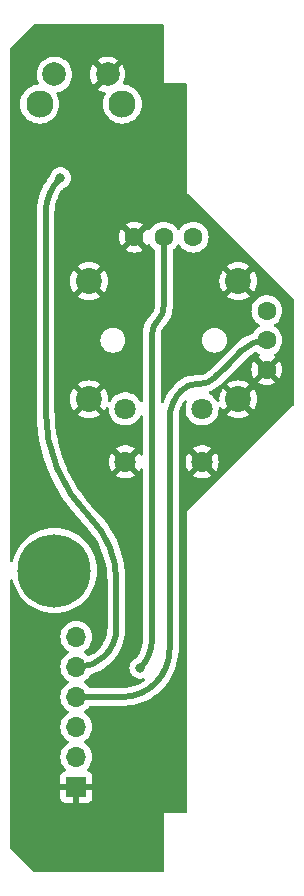
<source format=gbr>
%TF.GenerationSoftware,KiCad,Pcbnew,(7.0.0)*%
%TF.CreationDate,2023-04-10T20:49:18+02:00*%
%TF.ProjectId,STM32 Talnet console,53544d33-3220-4546-916c-6e657420636f,rev?*%
%TF.SameCoordinates,Original*%
%TF.FileFunction,Copper,L4,Bot*%
%TF.FilePolarity,Positive*%
%FSLAX46Y46*%
G04 Gerber Fmt 4.6, Leading zero omitted, Abs format (unit mm)*
G04 Created by KiCad (PCBNEW (7.0.0)) date 2023-04-10 20:49:18*
%MOMM*%
%LPD*%
G01*
G04 APERTURE LIST*
%TA.AperFunction,ComponentPad*%
%ADD10C,2.300000*%
%TD*%
%TA.AperFunction,ComponentPad*%
%ADD11C,2.000000*%
%TD*%
%TA.AperFunction,ComponentPad*%
%ADD12R,1.700000X1.700000*%
%TD*%
%TA.AperFunction,ComponentPad*%
%ADD13O,1.700000X1.700000*%
%TD*%
%TA.AperFunction,ComponentPad*%
%ADD14C,1.600000*%
%TD*%
%TA.AperFunction,ComponentPad*%
%ADD15C,2.200000*%
%TD*%
%TA.AperFunction,ComponentPad*%
%ADD16C,1.800000*%
%TD*%
%TA.AperFunction,ComponentPad*%
%ADD17C,6.200000*%
%TD*%
%TA.AperFunction,ViaPad*%
%ADD18C,0.800000*%
%TD*%
%TA.AperFunction,Conductor*%
%ADD19C,0.500000*%
%TD*%
G04 APERTURE END LIST*
D10*
%TO.P,SW8,*%
%TO.N,*%
X98192900Y-73207100D03*
X105192900Y-73207100D03*
D11*
%TO.P,SW8,1,1*%
%TO.N,Net-(R18-Pad2)*%
X99442900Y-70707100D03*
%TO.P,SW8,2,2*%
%TO.N,GND2*%
X103942900Y-70707100D03*
%TD*%
D12*
%TO.P,J5,1,Pin_1*%
%TO.N,GND2*%
X101292899Y-131032099D03*
D13*
%TO.P,J5,2,Pin_2*%
%TO.N,Net-(J5-Pin_2)*%
X101292899Y-128492099D03*
%TO.P,J5,3,Pin_3*%
%TO.N,/Vstupy/VRx*%
X101292899Y-125952099D03*
%TO.P,J5,4,Pin_4*%
%TO.N,/Vstupy/VRy*%
X101292899Y-123412099D03*
%TO.P,J5,5,Pin_5*%
%TO.N,Net-(J5-Pin_5)*%
X101292899Y-120872099D03*
%TO.P,J5,6,Pin_6*%
%TO.N,+3.3VP*%
X101292899Y-118332099D03*
%TD*%
D14*
%TO.P,P1,1,B*%
%TO.N,GND2*%
X106192900Y-84477100D03*
%TO.P,P1,2,D*%
%TO.N,/Vstupy/VRx*%
X108692900Y-84477100D03*
%TO.P,P1,3,A*%
%TO.N,+3.3VP*%
X111192900Y-84477100D03*
%TO.P,P1,4,A*%
X117422900Y-90707100D03*
%TO.P,P1,5,D*%
%TO.N,/Vstupy/VRy*%
X117422900Y-93207100D03*
%TO.P,P1,6,B*%
%TO.N,GND2*%
X117422900Y-95707100D03*
D15*
%TO.P,P1,SH*%
X102367900Y-88207100D03*
X102367900Y-98207100D03*
X115017900Y-88207100D03*
X115017900Y-98207100D03*
D16*
%TO.P,P1,a,a*%
%TO.N,Net-(P1-Pada)*%
X105442900Y-99007100D03*
%TO.P,P1,b,b*%
%TO.N,GND2*%
X105442900Y-103507100D03*
%TO.P,P1,c,c*%
%TO.N,Net-(P1-Pada)*%
X111942900Y-99007100D03*
%TO.P,P1,d,d*%
%TO.N,GND2*%
X111942900Y-103507100D03*
%TD*%
D17*
%TO.P,H6,*%
%TO.N,*%
X99442900Y-112707100D03*
%TD*%
D18*
%TO.N,Net-(J5-Pin_5)*%
X99942900Y-79457100D03*
%TO.N,/Vstupy/VRx*%
X106692900Y-120957100D03*
%TO.N,GND2*%
X110692900Y-106707100D03*
%TD*%
D19*
%TO.N,/Vstupy/VRy*%
X105187601Y-123412100D02*
X101292900Y-123412100D01*
%TO.N,Net-(J5-Pin_5)*%
X101292900Y-120872100D02*
X101483895Y-120872100D01*
X98692900Y-82474866D02*
X98692900Y-99153800D01*
X101483895Y-120872097D02*
G75*
G03*
X103692899Y-119957099I5J3123997D01*
G01*
X99942910Y-79457110D02*
G75*
G03*
X98692900Y-82474866I3017790J-3017790D01*
G01*
X98692901Y-99153800D02*
G75*
G03*
X102442900Y-108207100I12803299J0D01*
G01*
%TO.N,/Vstupy/VRx*%
X107692900Y-118542887D02*
X107692900Y-92753570D01*
X108692900Y-90339357D02*
X108692900Y-84477100D01*
%TO.N,/Vstupy/VRy*%
X109192900Y-102957100D02*
X109192900Y-119343161D01*
%TO.N,Net-(J5-Pin_5)*%
X104692900Y-113639080D02*
X104692900Y-115207100D01*
X104692900Y-115207100D02*
X104692900Y-117542887D01*
%TO.N,/Vstupy/VRy*%
X109192900Y-99871313D02*
X109192900Y-102957100D01*
%TO.N,/Vstupy/VRx*%
X108219087Y-91483287D02*
G75*
G03*
X108692900Y-90339357I-1143887J1143887D01*
G01*
X108219083Y-91483283D02*
G75*
G03*
X107692900Y-92753570I1270317J-1270317D01*
G01*
%TO.N,Net-(J5-Pin_5)*%
X103692904Y-119957104D02*
G75*
G03*
X104692900Y-117542887I-2414204J2414204D01*
G01*
X104692908Y-113639080D02*
G75*
G03*
X102442900Y-108207100I-7682008J-20D01*
G01*
%TO.N,/Vstupy/VRx*%
X106692904Y-120957104D02*
G75*
G03*
X107692900Y-118542887I-2414204J2414204D01*
G01*
%TO.N,/Vstupy/VRy*%
X105187601Y-123412100D02*
G75*
G03*
X107987955Y-122252155I-1J3960300D01*
G01*
X107987967Y-122252167D02*
G75*
G03*
X109192900Y-119343161I-2908967J2908967D01*
G01*
X111692900Y-96915388D02*
X111500708Y-96915388D01*
X111500708Y-96915392D02*
G75*
G03*
X110192900Y-97457100I-8J-1849508D01*
G01*
X111692900Y-96915380D02*
G75*
G03*
X113044437Y-96355563I0J1911380D01*
G01*
X110192896Y-97457096D02*
G75*
G03*
X109192900Y-99871313I2414204J-2414204D01*
G01*
X113942900Y-95457100D02*
X113044437Y-96355563D01*
X115323158Y-94076841D02*
X113942900Y-95457100D01*
X117422900Y-93207105D02*
G75*
G03*
X115323158Y-94076841I0J-2969495D01*
G01*
%TD*%
%TA.AperFunction,Conductor*%
%TO.N,GND2*%
G36*
X108630400Y-66474213D02*
G01*
X108675787Y-66519600D01*
X108692400Y-66581600D01*
X108692400Y-71457001D01*
X108692359Y-71457100D01*
X108692400Y-71457199D01*
X108692517Y-71457483D01*
X108692900Y-71457641D01*
X108692999Y-71457600D01*
X110568400Y-71457600D01*
X110630400Y-71474213D01*
X110675787Y-71519600D01*
X110692400Y-71581600D01*
X110692400Y-80706999D01*
X110692358Y-80707100D01*
X110692476Y-80707384D01*
X110692517Y-80707483D01*
X110692615Y-80707523D01*
X110701201Y-80716109D01*
X110701202Y-80716110D01*
X119656081Y-89670989D01*
X119682961Y-89711217D01*
X119692400Y-89758670D01*
X119692400Y-98655530D01*
X119682961Y-98702983D01*
X119656081Y-98743211D01*
X110700961Y-107698328D01*
X110700956Y-107698334D01*
X110692615Y-107706676D01*
X110692517Y-107706717D01*
X110692476Y-107706815D01*
X110692476Y-107706816D01*
X110692358Y-107707100D01*
X110692400Y-107707201D01*
X110692400Y-107719151D01*
X110692400Y-133082600D01*
X110675787Y-133144600D01*
X110630400Y-133189987D01*
X110568400Y-133206600D01*
X108692999Y-133206600D01*
X108692900Y-133206559D01*
X108692801Y-133206600D01*
X108692517Y-133206717D01*
X108692359Y-133207100D01*
X108692400Y-133207199D01*
X108692400Y-133219125D01*
X108692400Y-138082600D01*
X108675787Y-138144600D01*
X108630400Y-138189987D01*
X108568400Y-138206600D01*
X97744469Y-138206600D01*
X97697016Y-138197161D01*
X97656788Y-138170281D01*
X95729719Y-136243211D01*
X95702839Y-136202983D01*
X95693400Y-136155530D01*
X95693400Y-131926618D01*
X99942900Y-131926618D01*
X99943253Y-131933214D01*
X99948473Y-131981767D01*
X99952011Y-131996741D01*
X99996447Y-132115877D01*
X100004862Y-132131289D01*
X100080398Y-132232192D01*
X100092807Y-132244601D01*
X100193710Y-132320137D01*
X100209122Y-132328552D01*
X100328258Y-132372988D01*
X100343232Y-132376526D01*
X100391785Y-132381746D01*
X100398382Y-132382100D01*
X101026574Y-132382100D01*
X101039449Y-132378649D01*
X101042900Y-132365774D01*
X101542900Y-132365774D01*
X101546350Y-132378649D01*
X101559226Y-132382100D01*
X102187418Y-132382100D01*
X102194014Y-132381746D01*
X102242567Y-132376526D01*
X102257541Y-132372988D01*
X102376677Y-132328552D01*
X102392089Y-132320137D01*
X102492992Y-132244601D01*
X102505401Y-132232192D01*
X102580937Y-132131289D01*
X102589352Y-132115877D01*
X102633788Y-131996741D01*
X102637326Y-131981767D01*
X102642546Y-131933214D01*
X102642900Y-131926618D01*
X102642900Y-131298426D01*
X102639449Y-131285550D01*
X102626574Y-131282100D01*
X101559226Y-131282100D01*
X101546350Y-131285550D01*
X101542900Y-131298426D01*
X101542900Y-132365774D01*
X101042900Y-132365774D01*
X101042900Y-131298426D01*
X101039449Y-131285550D01*
X101026574Y-131282100D01*
X99959226Y-131282100D01*
X99946350Y-131285550D01*
X99942900Y-131298426D01*
X99942900Y-131926618D01*
X95693400Y-131926618D01*
X95693400Y-113566911D01*
X95707411Y-113509654D01*
X95746277Y-113465336D01*
X95801215Y-113443972D01*
X95859811Y-113450389D01*
X95908822Y-113483138D01*
X95937175Y-113534818D01*
X95965645Y-113641072D01*
X96013922Y-113821243D01*
X96149166Y-114173565D01*
X96150635Y-114176448D01*
X96150639Y-114176457D01*
X96319022Y-114506927D01*
X96320497Y-114509821D01*
X96526037Y-114826325D01*
X96763535Y-115119611D01*
X97030389Y-115386465D01*
X97323675Y-115623963D01*
X97640179Y-115829503D01*
X97976435Y-116000834D01*
X98328757Y-116136078D01*
X98693287Y-116233753D01*
X99066029Y-116292790D01*
X99442900Y-116312541D01*
X99819771Y-116292790D01*
X100192513Y-116233753D01*
X100557043Y-116136078D01*
X100909365Y-116000834D01*
X101245621Y-115829503D01*
X101562125Y-115623963D01*
X101855411Y-115386465D01*
X102122265Y-115119611D01*
X102359763Y-114826325D01*
X102565303Y-114509821D01*
X102736634Y-114173565D01*
X102871878Y-113821243D01*
X102969553Y-113456713D01*
X103028590Y-113083971D01*
X103048341Y-112707100D01*
X103028590Y-112330229D01*
X102969553Y-111957487D01*
X102871878Y-111592957D01*
X102736634Y-111240635D01*
X102565303Y-110904380D01*
X102359763Y-110587875D01*
X102122265Y-110294589D01*
X101855411Y-110027735D01*
X101562125Y-109790237D01*
X101245621Y-109584697D01*
X101242733Y-109583225D01*
X101242727Y-109583222D01*
X100912257Y-109414839D01*
X100912248Y-109414835D01*
X100909365Y-109413366D01*
X100906333Y-109412202D01*
X100560066Y-109279282D01*
X100560058Y-109279279D01*
X100557043Y-109278122D01*
X100553918Y-109277284D01*
X100553913Y-109277283D01*
X100195646Y-109181286D01*
X100195637Y-109181284D01*
X100192513Y-109180447D01*
X100189317Y-109179940D01*
X100189304Y-109179938D01*
X99822976Y-109121917D01*
X99822964Y-109121915D01*
X99819771Y-109121410D01*
X99816538Y-109121240D01*
X99816533Y-109121240D01*
X99446144Y-109101829D01*
X99442900Y-109101659D01*
X99439656Y-109101829D01*
X99069266Y-109121240D01*
X99069259Y-109121240D01*
X99066029Y-109121410D01*
X99062837Y-109121915D01*
X99062823Y-109121917D01*
X98696495Y-109179938D01*
X98696478Y-109179941D01*
X98693287Y-109180447D01*
X98690166Y-109181283D01*
X98690153Y-109181286D01*
X98331886Y-109277283D01*
X98331875Y-109277286D01*
X98328757Y-109278122D01*
X98325746Y-109279277D01*
X98325733Y-109279282D01*
X97979466Y-109412202D01*
X97979457Y-109412205D01*
X97976435Y-109413366D01*
X97973558Y-109414831D01*
X97973542Y-109414839D01*
X97643073Y-109583222D01*
X97643059Y-109583229D01*
X97640180Y-109584697D01*
X97637460Y-109586463D01*
X97637452Y-109586468D01*
X97326403Y-109788465D01*
X97326397Y-109788468D01*
X97323675Y-109790237D01*
X97321155Y-109792277D01*
X97321149Y-109792282D01*
X97032907Y-110025695D01*
X97032896Y-110025704D01*
X97030389Y-110027735D01*
X97028104Y-110030019D01*
X97028094Y-110030029D01*
X96765829Y-110292294D01*
X96765819Y-110292304D01*
X96763535Y-110294589D01*
X96761504Y-110297096D01*
X96761495Y-110297107D01*
X96528082Y-110585349D01*
X96528077Y-110585355D01*
X96526037Y-110587875D01*
X96524268Y-110590597D01*
X96524265Y-110590603D01*
X96322268Y-110901652D01*
X96322263Y-110901660D01*
X96320497Y-110904380D01*
X96319029Y-110907259D01*
X96319022Y-110907273D01*
X96150639Y-111237742D01*
X96150631Y-111237758D01*
X96149166Y-111240635D01*
X96148005Y-111243657D01*
X96148002Y-111243666D01*
X96015082Y-111589933D01*
X96015077Y-111589946D01*
X96013922Y-111592957D01*
X96013086Y-111596075D01*
X96013083Y-111596086D01*
X95937175Y-111879382D01*
X95908822Y-111931062D01*
X95859811Y-111963811D01*
X95801215Y-111970228D01*
X95746277Y-111948864D01*
X95707411Y-111904546D01*
X95693400Y-111847289D01*
X95693400Y-82553741D01*
X97942399Y-82553741D01*
X97942400Y-82553746D01*
X97942400Y-99197509D01*
X97942401Y-99197518D01*
X97942401Y-99508719D01*
X97942484Y-99510320D01*
X97942485Y-99510323D01*
X97970099Y-100037239D01*
X97979551Y-100217583D01*
X97979717Y-100219170D01*
X97979719Y-100219185D01*
X98053578Y-100921911D01*
X98053581Y-100921934D01*
X98053749Y-100923532D01*
X98054002Y-100925130D01*
X98054005Y-100925152D01*
X98162996Y-101613294D01*
X98164792Y-101624630D01*
X98165129Y-101626218D01*
X98165134Y-101626242D01*
X98312033Y-102317346D01*
X98312039Y-102317374D01*
X98312376Y-102318956D01*
X98312790Y-102320504D01*
X98312798Y-102320534D01*
X98487555Y-102972734D01*
X98496095Y-103004606D01*
X98496590Y-103006130D01*
X98496597Y-103006153D01*
X98659365Y-103507100D01*
X98715447Y-103679702D01*
X98716031Y-103681225D01*
X98716032Y-103681226D01*
X98907494Y-104180003D01*
X98969830Y-104342392D01*
X98970470Y-104343829D01*
X98970481Y-104343856D01*
X99169625Y-104791139D01*
X99258547Y-104990861D01*
X99580807Y-105623331D01*
X99581620Y-105624739D01*
X99581621Y-105624741D01*
X99758266Y-105930699D01*
X99935725Y-106238068D01*
X99936599Y-106239414D01*
X99936612Y-106239435D01*
X100177752Y-106610757D01*
X100322330Y-106833388D01*
X100739562Y-107407658D01*
X100740562Y-107408893D01*
X100740569Y-107408902D01*
X100982045Y-107707100D01*
X101186278Y-107959306D01*
X101187354Y-107960501D01*
X101187360Y-107960508D01*
X101660170Y-108485618D01*
X101660180Y-108485628D01*
X101661251Y-108486818D01*
X101662394Y-108487961D01*
X101662395Y-108487962D01*
X101856429Y-108681995D01*
X101856436Y-108682003D01*
X101856439Y-108682007D01*
X101856450Y-108682018D01*
X101910640Y-108736208D01*
X101913714Y-108739393D01*
X102246364Y-109096683D01*
X102252157Y-109103369D01*
X102313861Y-109179938D01*
X102557080Y-109481755D01*
X102562384Y-109488841D01*
X102839522Y-109887995D01*
X102844308Y-109895441D01*
X103092277Y-110313369D01*
X103096519Y-110321139D01*
X103314036Y-110755683D01*
X103317713Y-110763734D01*
X103503678Y-111212691D01*
X103506771Y-111220985D01*
X103660230Y-111682053D01*
X103662724Y-111690546D01*
X103782902Y-112161391D01*
X103784784Y-112170040D01*
X103871068Y-112648281D01*
X103872327Y-112657043D01*
X103924271Y-113140185D01*
X103924903Y-113149014D01*
X103942321Y-113636646D01*
X103942400Y-113641072D01*
X103942400Y-117539410D01*
X103942205Y-117546363D01*
X103926042Y-117834180D01*
X103924485Y-117847998D01*
X103876783Y-118128755D01*
X103873689Y-118142311D01*
X103794850Y-118415970D01*
X103790257Y-118429095D01*
X103681279Y-118692193D01*
X103675246Y-118704722D01*
X103537489Y-118953975D01*
X103530091Y-118965749D01*
X103365291Y-119198014D01*
X103356620Y-119208886D01*
X103166893Y-119421189D01*
X103157061Y-119431022D01*
X102968942Y-119599135D01*
X102958070Y-119607805D01*
X102752354Y-119753768D01*
X102740580Y-119761166D01*
X102519810Y-119883181D01*
X102507281Y-119889214D01*
X102380625Y-119941676D01*
X102333173Y-119951115D01*
X102285720Y-119941676D01*
X102245492Y-119914796D01*
X102168132Y-119837436D01*
X102168130Y-119837434D01*
X102164301Y-119833605D01*
X102159868Y-119830501D01*
X102159861Y-119830495D01*
X101978742Y-119703675D01*
X101939876Y-119659357D01*
X101925865Y-119602100D01*
X101939876Y-119544843D01*
X101978742Y-119500525D01*
X102159861Y-119373704D01*
X102159861Y-119373703D01*
X102164301Y-119370595D01*
X102331395Y-119203501D01*
X102466935Y-119009930D01*
X102566803Y-118795763D01*
X102627963Y-118567508D01*
X102648559Y-118332100D01*
X102627963Y-118096692D01*
X102566803Y-117868437D01*
X102466935Y-117654271D01*
X102331395Y-117460699D01*
X102164301Y-117293605D01*
X102159870Y-117290502D01*
X102159866Y-117290499D01*
X101975159Y-117161166D01*
X101975157Y-117161164D01*
X101970730Y-117158065D01*
X101965833Y-117155781D01*
X101965827Y-117155778D01*
X101761472Y-117060486D01*
X101761470Y-117060485D01*
X101756563Y-117058197D01*
X101751338Y-117056797D01*
X101751330Y-117056794D01*
X101533534Y-116998437D01*
X101533530Y-116998436D01*
X101528308Y-116997037D01*
X101522920Y-116996565D01*
X101522917Y-116996565D01*
X101298295Y-116976913D01*
X101292900Y-116976441D01*
X101287505Y-116976913D01*
X101062882Y-116996565D01*
X101062877Y-116996565D01*
X101057492Y-116997037D01*
X101052271Y-116998435D01*
X101052265Y-116998437D01*
X100834469Y-117056794D01*
X100834457Y-117056798D01*
X100829237Y-117058197D01*
X100824332Y-117060483D01*
X100824327Y-117060486D01*
X100619981Y-117155775D01*
X100619977Y-117155777D01*
X100615071Y-117158065D01*
X100610638Y-117161168D01*
X100610631Y-117161173D01*
X100425934Y-117290499D01*
X100425929Y-117290502D01*
X100421499Y-117293605D01*
X100417675Y-117297428D01*
X100417669Y-117297434D01*
X100258234Y-117456869D01*
X100258228Y-117456875D01*
X100254405Y-117460699D01*
X100251302Y-117465129D01*
X100251299Y-117465134D01*
X100121973Y-117649831D01*
X100121968Y-117649838D01*
X100118865Y-117654271D01*
X100116577Y-117659177D01*
X100116575Y-117659181D01*
X100021286Y-117863527D01*
X100021283Y-117863532D01*
X100018997Y-117868437D01*
X100017598Y-117873657D01*
X100017594Y-117873669D01*
X99959237Y-118091465D01*
X99959235Y-118091471D01*
X99957837Y-118096692D01*
X99957365Y-118102077D01*
X99957365Y-118102082D01*
X99937713Y-118326705D01*
X99937241Y-118332100D01*
X99937713Y-118337495D01*
X99955378Y-118539410D01*
X99957837Y-118567508D01*
X99959236Y-118572730D01*
X99959237Y-118572734D01*
X100017594Y-118790530D01*
X100017597Y-118790538D01*
X100018997Y-118795763D01*
X100021285Y-118800670D01*
X100021286Y-118800672D01*
X100116578Y-119005027D01*
X100116581Y-119005033D01*
X100118865Y-119009930D01*
X100121964Y-119014357D01*
X100121966Y-119014359D01*
X100251299Y-119199066D01*
X100251302Y-119199070D01*
X100254405Y-119203501D01*
X100421499Y-119370595D01*
X100425932Y-119373699D01*
X100425938Y-119373704D01*
X100607058Y-119500525D01*
X100645924Y-119544843D01*
X100659935Y-119602100D01*
X100645924Y-119659357D01*
X100607059Y-119703675D01*
X100425941Y-119830495D01*
X100421499Y-119833605D01*
X100417675Y-119837428D01*
X100417669Y-119837434D01*
X100258234Y-119996869D01*
X100258228Y-119996875D01*
X100254405Y-120000699D01*
X100251302Y-120005129D01*
X100251299Y-120005134D01*
X100121973Y-120189831D01*
X100121968Y-120189838D01*
X100118865Y-120194271D01*
X100116577Y-120199177D01*
X100116575Y-120199181D01*
X100021286Y-120403527D01*
X100021283Y-120403532D01*
X100018997Y-120408437D01*
X100017598Y-120413657D01*
X100017594Y-120413669D01*
X99959237Y-120631465D01*
X99959235Y-120631471D01*
X99957837Y-120636692D01*
X99957365Y-120642077D01*
X99957365Y-120642082D01*
X99937713Y-120866705D01*
X99937241Y-120872100D01*
X99937713Y-120877495D01*
X99955484Y-121080622D01*
X99957837Y-121107508D01*
X99959236Y-121112730D01*
X99959237Y-121112734D01*
X100017594Y-121330530D01*
X100017597Y-121330538D01*
X100018997Y-121335763D01*
X100021285Y-121340670D01*
X100021286Y-121340672D01*
X100116578Y-121545027D01*
X100116581Y-121545033D01*
X100118865Y-121549930D01*
X100121964Y-121554357D01*
X100121966Y-121554359D01*
X100251299Y-121739066D01*
X100251302Y-121739070D01*
X100254405Y-121743501D01*
X100421499Y-121910595D01*
X100425932Y-121913699D01*
X100425938Y-121913704D01*
X100607058Y-122040525D01*
X100645924Y-122084843D01*
X100659935Y-122142100D01*
X100645924Y-122199357D01*
X100607060Y-122243674D01*
X100421499Y-122373605D01*
X100417675Y-122377428D01*
X100417669Y-122377434D01*
X100258234Y-122536869D01*
X100258228Y-122536875D01*
X100254405Y-122540699D01*
X100251302Y-122545129D01*
X100251299Y-122545134D01*
X100121973Y-122729831D01*
X100121968Y-122729838D01*
X100118865Y-122734271D01*
X100116577Y-122739177D01*
X100116575Y-122739181D01*
X100021286Y-122943527D01*
X100021283Y-122943532D01*
X100018997Y-122948437D01*
X100017598Y-122953657D01*
X100017594Y-122953669D01*
X99959237Y-123171465D01*
X99959235Y-123171471D01*
X99957837Y-123176692D01*
X99937241Y-123412100D01*
X99957837Y-123647508D01*
X99959236Y-123652730D01*
X99959237Y-123652734D01*
X100017594Y-123870530D01*
X100017597Y-123870538D01*
X100018997Y-123875763D01*
X100021285Y-123880670D01*
X100021286Y-123880672D01*
X100116578Y-124085027D01*
X100116581Y-124085033D01*
X100118865Y-124089930D01*
X100121964Y-124094357D01*
X100121966Y-124094359D01*
X100251299Y-124279066D01*
X100251302Y-124279070D01*
X100254405Y-124283501D01*
X100421499Y-124450595D01*
X100425932Y-124453699D01*
X100425938Y-124453704D01*
X100607058Y-124580525D01*
X100645924Y-124624843D01*
X100659935Y-124682100D01*
X100645924Y-124739357D01*
X100607059Y-124783675D01*
X100425941Y-124910495D01*
X100421499Y-124913605D01*
X100417675Y-124917428D01*
X100417669Y-124917434D01*
X100258234Y-125076869D01*
X100258228Y-125076875D01*
X100254405Y-125080699D01*
X100251302Y-125085129D01*
X100251299Y-125085134D01*
X100121973Y-125269831D01*
X100121968Y-125269838D01*
X100118865Y-125274271D01*
X100116577Y-125279177D01*
X100116575Y-125279181D01*
X100021286Y-125483527D01*
X100021283Y-125483532D01*
X100018997Y-125488437D01*
X100017598Y-125493657D01*
X100017594Y-125493669D01*
X99959237Y-125711465D01*
X99959235Y-125711471D01*
X99957837Y-125716692D01*
X99937241Y-125952100D01*
X99957837Y-126187508D01*
X99959236Y-126192730D01*
X99959237Y-126192734D01*
X100017594Y-126410530D01*
X100017597Y-126410538D01*
X100018997Y-126415763D01*
X100021285Y-126420670D01*
X100021286Y-126420672D01*
X100116578Y-126625027D01*
X100116581Y-126625033D01*
X100118865Y-126629930D01*
X100121964Y-126634357D01*
X100121966Y-126634359D01*
X100251299Y-126819066D01*
X100251302Y-126819070D01*
X100254405Y-126823501D01*
X100421499Y-126990595D01*
X100425932Y-126993699D01*
X100425938Y-126993704D01*
X100607058Y-127120525D01*
X100645924Y-127164843D01*
X100659935Y-127222100D01*
X100645924Y-127279357D01*
X100607059Y-127323675D01*
X100425941Y-127450495D01*
X100421499Y-127453605D01*
X100417675Y-127457428D01*
X100417669Y-127457434D01*
X100258234Y-127616869D01*
X100258228Y-127616875D01*
X100254405Y-127620699D01*
X100251302Y-127625129D01*
X100251299Y-127625134D01*
X100121973Y-127809831D01*
X100121968Y-127809838D01*
X100118865Y-127814271D01*
X100116577Y-127819177D01*
X100116575Y-127819181D01*
X100021286Y-128023527D01*
X100021283Y-128023532D01*
X100018997Y-128028437D01*
X100017598Y-128033657D01*
X100017594Y-128033669D01*
X99959237Y-128251465D01*
X99959235Y-128251471D01*
X99957837Y-128256692D01*
X99937241Y-128492100D01*
X99957837Y-128727508D01*
X99959236Y-128732730D01*
X99959237Y-128732734D01*
X100017594Y-128950530D01*
X100017597Y-128950538D01*
X100018997Y-128955763D01*
X100021285Y-128960670D01*
X100021286Y-128960672D01*
X100116578Y-129165027D01*
X100116581Y-129165033D01*
X100118865Y-129169930D01*
X100121964Y-129174357D01*
X100121966Y-129174359D01*
X100251299Y-129359066D01*
X100251302Y-129359070D01*
X100254405Y-129363501D01*
X100258235Y-129367331D01*
X100258236Y-129367332D01*
X100376718Y-129485814D01*
X100408014Y-129538560D01*
X100410203Y-129599853D01*
X100382750Y-129654697D01*
X100332371Y-129689676D01*
X100209126Y-129735644D01*
X100193710Y-129744062D01*
X100092807Y-129819598D01*
X100080398Y-129832007D01*
X100004862Y-129932910D01*
X99996447Y-129948322D01*
X99952011Y-130067458D01*
X99948473Y-130082432D01*
X99943253Y-130130985D01*
X99942900Y-130137582D01*
X99942900Y-130765774D01*
X99946350Y-130778649D01*
X99959226Y-130782100D01*
X102626574Y-130782100D01*
X102639449Y-130778649D01*
X102642900Y-130765774D01*
X102642900Y-130137582D01*
X102642546Y-130130985D01*
X102637326Y-130082432D01*
X102633788Y-130067458D01*
X102589352Y-129948322D01*
X102580937Y-129932910D01*
X102505401Y-129832007D01*
X102492992Y-129819598D01*
X102392089Y-129744062D01*
X102376679Y-129735648D01*
X102253428Y-129689677D01*
X102203049Y-129654697D01*
X102175596Y-129599853D01*
X102177785Y-129538560D01*
X102209078Y-129485817D01*
X102331395Y-129363501D01*
X102466935Y-129169930D01*
X102566803Y-128955763D01*
X102627963Y-128727508D01*
X102648559Y-128492100D01*
X102627963Y-128256692D01*
X102566803Y-128028437D01*
X102466935Y-127814271D01*
X102331395Y-127620699D01*
X102164301Y-127453605D01*
X102159868Y-127450501D01*
X102159861Y-127450495D01*
X101978742Y-127323675D01*
X101939876Y-127279357D01*
X101925865Y-127222100D01*
X101939876Y-127164843D01*
X101978742Y-127120525D01*
X102159861Y-126993704D01*
X102159861Y-126993703D01*
X102164301Y-126990595D01*
X102331395Y-126823501D01*
X102466935Y-126629930D01*
X102566803Y-126415763D01*
X102627963Y-126187508D01*
X102648559Y-125952100D01*
X102627963Y-125716692D01*
X102566803Y-125488437D01*
X102466935Y-125274271D01*
X102331395Y-125080699D01*
X102164301Y-124913605D01*
X102159868Y-124910501D01*
X102159861Y-124910495D01*
X101978742Y-124783675D01*
X101939876Y-124739357D01*
X101925865Y-124682100D01*
X101939876Y-124624843D01*
X101978742Y-124580525D01*
X102159861Y-124453704D01*
X102159861Y-124453703D01*
X102164301Y-124450595D01*
X102331395Y-124283501D01*
X102379026Y-124215476D01*
X102423345Y-124176611D01*
X102480602Y-124162600D01*
X105370244Y-124162600D01*
X105372689Y-124162600D01*
X105741723Y-124133557D01*
X106107342Y-124075648D01*
X106467289Y-123989232D01*
X106819347Y-123874842D01*
X107161345Y-123733182D01*
X107491173Y-123565126D01*
X107806800Y-123371709D01*
X108106278Y-123154126D01*
X108387762Y-122913716D01*
X108518604Y-122782873D01*
X108518643Y-122782843D01*
X108518650Y-122782850D01*
X108653796Y-122647704D01*
X108902047Y-122357039D01*
X109126728Y-122047791D01*
X109326452Y-121721869D01*
X109499989Y-121381281D01*
X109646268Y-121028127D01*
X109764387Y-120664585D01*
X109853620Y-120292896D01*
X109913414Y-119915351D01*
X109943402Y-119534279D01*
X109943400Y-119343154D01*
X109943400Y-119317174D01*
X109943400Y-104659091D01*
X111149906Y-104659091D01*
X111158013Y-104670281D01*
X111170502Y-104680001D01*
X111179051Y-104685587D01*
X111374094Y-104791139D01*
X111383447Y-104795241D01*
X111593190Y-104867246D01*
X111603099Y-104869755D01*
X111821829Y-104906255D01*
X111832027Y-104907100D01*
X112053773Y-104907100D01*
X112063970Y-104906255D01*
X112282700Y-104869755D01*
X112292609Y-104867246D01*
X112502352Y-104795241D01*
X112511705Y-104791139D01*
X112706745Y-104685588D01*
X112715297Y-104680001D01*
X112727788Y-104670279D01*
X112735892Y-104659092D01*
X112729231Y-104646984D01*
X111954442Y-103872195D01*
X111942900Y-103865531D01*
X111931357Y-103872195D01*
X111156566Y-104646985D01*
X111149906Y-104659091D01*
X109943400Y-104659091D01*
X109943400Y-103512217D01*
X110538526Y-103512217D01*
X110556837Y-103733202D01*
X110558521Y-103743296D01*
X110612959Y-103958266D01*
X110616278Y-103967933D01*
X110705356Y-104171013D01*
X110710222Y-104180003D01*
X110784145Y-104293151D01*
X110792112Y-104300876D01*
X110801492Y-104294953D01*
X111577804Y-103518642D01*
X111584468Y-103507100D01*
X112301331Y-103507100D01*
X112307995Y-103518642D01*
X113084305Y-104294952D01*
X113093686Y-104300876D01*
X113101654Y-104293151D01*
X113175575Y-104180006D01*
X113180443Y-104171011D01*
X113269521Y-103967933D01*
X113272840Y-103958266D01*
X113327278Y-103743296D01*
X113328962Y-103733202D01*
X113347274Y-103512217D01*
X113347274Y-103501983D01*
X113328962Y-103280997D01*
X113327278Y-103270903D01*
X113272840Y-103055933D01*
X113269521Y-103046266D01*
X113180443Y-102843186D01*
X113175578Y-102834196D01*
X113101653Y-102721047D01*
X113093686Y-102713322D01*
X113084305Y-102719246D01*
X112307995Y-103495557D01*
X112301331Y-103507100D01*
X111584468Y-103507100D01*
X111577804Y-103495557D01*
X110801492Y-102719245D01*
X110792112Y-102713322D01*
X110784145Y-102721046D01*
X110710222Y-102834196D01*
X110705356Y-102843186D01*
X110616278Y-103046266D01*
X110612959Y-103055933D01*
X110558521Y-103270903D01*
X110556837Y-103280997D01*
X110538526Y-103501983D01*
X110538526Y-103512217D01*
X109943400Y-103512217D01*
X109943400Y-102913391D01*
X109943400Y-102355106D01*
X111149907Y-102355106D01*
X111156567Y-102367214D01*
X111931357Y-103142004D01*
X111942900Y-103148668D01*
X111954442Y-103142004D01*
X112729232Y-102367213D01*
X112735892Y-102355107D01*
X112727786Y-102343918D01*
X112715294Y-102334196D01*
X112706747Y-102328612D01*
X112511705Y-102223060D01*
X112502352Y-102218958D01*
X112292609Y-102146953D01*
X112282700Y-102144444D01*
X112063970Y-102107944D01*
X112053773Y-102107100D01*
X111832027Y-102107100D01*
X111821829Y-102107944D01*
X111603099Y-102144444D01*
X111593190Y-102146953D01*
X111383447Y-102218958D01*
X111374094Y-102223060D01*
X111179056Y-102328610D01*
X111170500Y-102334200D01*
X111158012Y-102343918D01*
X111149907Y-102355106D01*
X109943400Y-102355106D01*
X109943400Y-99874790D01*
X109943595Y-99867838D01*
X109947901Y-99791151D01*
X109959758Y-99580008D01*
X109961312Y-99566216D01*
X110009017Y-99285436D01*
X110012110Y-99271888D01*
X110020324Y-99243379D01*
X110090950Y-98998225D01*
X110095542Y-98985104D01*
X110204522Y-98722001D01*
X110210553Y-98709477D01*
X110216720Y-98698319D01*
X110348313Y-98460218D01*
X110355708Y-98448450D01*
X110447173Y-98319541D01*
X110492802Y-98280412D01*
X110551474Y-98267339D01*
X110609401Y-98283396D01*
X110652970Y-98324810D01*
X110671941Y-98381849D01*
X110661858Y-98441108D01*
X110615803Y-98546103D01*
X110613743Y-98550800D01*
X110612485Y-98555765D01*
X110612484Y-98555770D01*
X110558025Y-98770820D01*
X110558023Y-98770829D01*
X110556766Y-98775795D01*
X110556342Y-98780902D01*
X110556341Y-98780913D01*
X110543169Y-98939889D01*
X110537600Y-99007100D01*
X110538024Y-99012217D01*
X110556341Y-99233286D01*
X110556342Y-99233295D01*
X110556766Y-99238405D01*
X110558023Y-99243372D01*
X110558025Y-99243379D01*
X110579250Y-99327193D01*
X110613743Y-99463400D01*
X110615803Y-99468096D01*
X110704916Y-99671254D01*
X110704918Y-99671258D01*
X110706976Y-99675949D01*
X110743355Y-99731631D01*
X110831119Y-99865965D01*
X110831122Y-99865969D01*
X110833921Y-99870253D01*
X110991116Y-100041013D01*
X111174274Y-100183570D01*
X111378397Y-100294036D01*
X111597919Y-100369398D01*
X111826851Y-100407600D01*
X112053816Y-100407600D01*
X112058949Y-100407600D01*
X112287881Y-100369398D01*
X112507403Y-100294036D01*
X112711526Y-100183570D01*
X112894684Y-100041013D01*
X113051879Y-99870253D01*
X113178824Y-99675949D01*
X113253976Y-99504620D01*
X114079170Y-99504620D01*
X114083404Y-99510965D01*
X114285110Y-99634570D01*
X114293773Y-99638984D01*
X114517443Y-99731631D01*
X114526680Y-99734633D01*
X114762097Y-99791151D01*
X114771683Y-99792669D01*
X115013046Y-99811666D01*
X115022754Y-99811666D01*
X115264116Y-99792669D01*
X115273702Y-99791151D01*
X115509119Y-99734633D01*
X115518356Y-99731631D01*
X115742026Y-99638984D01*
X115750689Y-99634570D01*
X115952409Y-99510956D01*
X115956632Y-99504622D01*
X115949960Y-99492714D01*
X115029442Y-98572195D01*
X115017900Y-98565531D01*
X115006357Y-98572195D01*
X114085842Y-99492710D01*
X114079170Y-99504620D01*
X113253976Y-99504620D01*
X113272057Y-99463400D01*
X113329034Y-99238405D01*
X113348200Y-99007100D01*
X113346397Y-98985343D01*
X113360194Y-98917445D01*
X113408268Y-98867547D01*
X113475608Y-98851232D01*
X113541188Y-98873593D01*
X113584533Y-98927649D01*
X113586013Y-98931223D01*
X113590429Y-98939889D01*
X113714032Y-99141591D01*
X113720378Y-99145827D01*
X113732289Y-99139155D01*
X114652803Y-98218642D01*
X114659466Y-98207100D01*
X115376331Y-98207100D01*
X115382995Y-98218642D01*
X116303514Y-99139160D01*
X116315422Y-99145832D01*
X116321756Y-99141609D01*
X116445370Y-98939889D01*
X116449784Y-98931226D01*
X116542431Y-98707556D01*
X116545433Y-98698319D01*
X116601951Y-98462902D01*
X116603469Y-98453316D01*
X116622466Y-98211954D01*
X116622466Y-98202246D01*
X116603469Y-97960883D01*
X116601951Y-97951297D01*
X116545433Y-97715880D01*
X116542431Y-97706643D01*
X116449784Y-97482973D01*
X116445370Y-97474310D01*
X116321765Y-97272604D01*
X116315420Y-97268370D01*
X116303510Y-97275042D01*
X115382995Y-98195557D01*
X115376331Y-98207100D01*
X114659466Y-98207100D01*
X114659467Y-98207099D01*
X114652803Y-98195557D01*
X113732294Y-97275048D01*
X113720380Y-97268376D01*
X113714021Y-97272626D01*
X113590429Y-97474310D01*
X113586015Y-97482973D01*
X113493368Y-97706643D01*
X113490366Y-97715880D01*
X113433848Y-97951297D01*
X113432330Y-97960883D01*
X113413334Y-98202246D01*
X113413334Y-98211954D01*
X113419154Y-98285907D01*
X113405362Y-98353206D01*
X113357861Y-98402835D01*
X113291231Y-98419561D01*
X113225922Y-98398251D01*
X113183550Y-98347333D01*
X113183324Y-98347456D01*
X113182712Y-98346326D01*
X113181980Y-98345446D01*
X113180883Y-98342945D01*
X113180881Y-98342941D01*
X113178824Y-98338251D01*
X113051879Y-98143947D01*
X112894684Y-97973187D01*
X112860305Y-97946429D01*
X112715572Y-97833779D01*
X112715571Y-97833778D01*
X112711526Y-97830630D01*
X112550879Y-97743692D01*
X112508472Y-97705973D01*
X112487311Y-97653311D01*
X112491831Y-97596736D01*
X112521085Y-97548102D01*
X112568942Y-97517595D01*
X112713151Y-97467136D01*
X112982516Y-97337418D01*
X113235664Y-97178357D01*
X113469412Y-96991953D01*
X113513087Y-96948278D01*
X113513093Y-96948275D01*
X113551788Y-96909580D01*
X114079176Y-96909580D01*
X114085848Y-96921494D01*
X115006357Y-97842003D01*
X115017900Y-97848667D01*
X115029442Y-97842003D01*
X115949955Y-96921489D01*
X115956627Y-96909578D01*
X115952391Y-96903232D01*
X115760764Y-96785803D01*
X116701117Y-96785803D01*
X116708550Y-96793914D01*
X116765977Y-96834125D01*
X116775327Y-96839523D01*
X116971668Y-96931079D01*
X116981802Y-96934767D01*
X117191062Y-96990839D01*
X117201693Y-96992713D01*
X117417505Y-97011594D01*
X117428295Y-97011594D01*
X117644106Y-96992713D01*
X117654737Y-96990839D01*
X117863997Y-96934767D01*
X117874131Y-96931079D01*
X118070475Y-96839522D01*
X118079820Y-96834126D01*
X118137248Y-96793914D01*
X118144680Y-96785803D01*
X118138767Y-96776521D01*
X117434442Y-96072195D01*
X117422899Y-96065531D01*
X117411357Y-96072195D01*
X116707028Y-96776524D01*
X116701117Y-96785803D01*
X115760764Y-96785803D01*
X115750689Y-96779629D01*
X115742026Y-96775215D01*
X115518356Y-96682568D01*
X115509119Y-96679566D01*
X115273702Y-96623048D01*
X115264116Y-96621530D01*
X115022754Y-96602534D01*
X115013046Y-96602534D01*
X114771683Y-96621530D01*
X114762097Y-96623048D01*
X114526680Y-96679566D01*
X114517443Y-96682568D01*
X114293773Y-96775215D01*
X114285110Y-96779629D01*
X114083426Y-96903221D01*
X114079176Y-96909580D01*
X113551788Y-96909580D01*
X114411553Y-96049813D01*
X114411556Y-96049812D01*
X114748873Y-95712495D01*
X116118406Y-95712495D01*
X116137286Y-95928306D01*
X116139160Y-95938937D01*
X116195232Y-96148197D01*
X116198920Y-96158331D01*
X116290476Y-96354672D01*
X116295874Y-96364022D01*
X116336084Y-96421448D01*
X116344195Y-96428881D01*
X116353474Y-96422970D01*
X117057803Y-95718641D01*
X117064467Y-95707099D01*
X117781331Y-95707099D01*
X117787995Y-95718641D01*
X118492321Y-96422967D01*
X118501603Y-96428880D01*
X118509714Y-96421448D01*
X118549926Y-96364020D01*
X118555322Y-96354675D01*
X118646879Y-96158331D01*
X118650567Y-96148197D01*
X118706639Y-95938937D01*
X118708513Y-95928306D01*
X118727394Y-95712495D01*
X118727394Y-95701705D01*
X118708513Y-95485893D01*
X118706639Y-95475262D01*
X118650567Y-95266002D01*
X118646879Y-95255868D01*
X118555323Y-95059527D01*
X118549925Y-95050177D01*
X118509714Y-94992750D01*
X118501603Y-94985317D01*
X118492324Y-94991228D01*
X117787995Y-95695556D01*
X117781331Y-95707099D01*
X117064467Y-95707099D01*
X117057803Y-95695556D01*
X116353474Y-94991228D01*
X116344196Y-94985317D01*
X116336083Y-94992751D01*
X116295871Y-95050181D01*
X116290477Y-95059525D01*
X116198920Y-95255868D01*
X116195232Y-95266002D01*
X116139160Y-95475262D01*
X116137286Y-95485893D01*
X116118406Y-95701705D01*
X116118406Y-95712495D01*
X114748873Y-95712495D01*
X115851389Y-94609977D01*
X115856407Y-94605232D01*
X116034199Y-94446349D01*
X116045057Y-94437690D01*
X116236655Y-94301745D01*
X116248418Y-94294354D01*
X116439212Y-94188906D01*
X116486332Y-94174104D01*
X116535496Y-94178870D01*
X116578899Y-94202450D01*
X116579924Y-94203310D01*
X116583761Y-94207147D01*
X116770166Y-94337668D01*
X116785873Y-94344992D01*
X116838049Y-94390748D01*
X116857470Y-94457372D01*
X116838053Y-94523996D01*
X116785880Y-94569755D01*
X116775324Y-94574677D01*
X116765981Y-94580071D01*
X116708551Y-94620283D01*
X116701117Y-94628396D01*
X116707028Y-94637674D01*
X117411357Y-95342003D01*
X117422900Y-95348667D01*
X117434442Y-95342003D01*
X118138770Y-94637674D01*
X118144681Y-94628395D01*
X118137248Y-94620284D01*
X118079822Y-94580074D01*
X118070470Y-94574675D01*
X118059922Y-94569756D01*
X118007747Y-94523998D01*
X117988329Y-94457372D01*
X118007751Y-94390747D01*
X118059925Y-94344992D01*
X118075634Y-94337668D01*
X118262039Y-94207147D01*
X118422947Y-94046239D01*
X118553468Y-93859834D01*
X118649639Y-93653596D01*
X118708535Y-93433792D01*
X118728368Y-93207100D01*
X118708535Y-92980408D01*
X118668884Y-92832428D01*
X118651041Y-92765836D01*
X118651040Y-92765834D01*
X118649639Y-92760604D01*
X118553468Y-92554366D01*
X118422947Y-92367961D01*
X118262039Y-92207053D01*
X118075634Y-92076532D01*
X118070728Y-92074244D01*
X118070719Y-92074239D01*
X118060516Y-92069482D01*
X118008340Y-92023725D01*
X117988920Y-91957100D01*
X118008340Y-91890475D01*
X118060516Y-91844718D01*
X118070719Y-91839960D01*
X118070719Y-91839959D01*
X118075634Y-91837668D01*
X118262039Y-91707147D01*
X118422947Y-91546239D01*
X118553468Y-91359834D01*
X118649639Y-91153596D01*
X118708535Y-90933792D01*
X118728368Y-90707100D01*
X118708535Y-90480408D01*
X118649639Y-90260604D01*
X118553468Y-90054366D01*
X118422947Y-89867961D01*
X118262039Y-89707053D01*
X118075634Y-89576532D01*
X117895887Y-89492714D01*
X117874305Y-89482650D01*
X117874303Y-89482649D01*
X117869396Y-89480361D01*
X117864171Y-89478961D01*
X117864163Y-89478958D01*
X117654816Y-89422864D01*
X117654807Y-89422862D01*
X117649592Y-89421465D01*
X117644204Y-89420993D01*
X117644201Y-89420993D01*
X117428295Y-89402104D01*
X117422900Y-89401632D01*
X117417505Y-89402104D01*
X117201598Y-89420993D01*
X117201593Y-89420993D01*
X117196208Y-89421465D01*
X117190994Y-89422862D01*
X117190983Y-89422864D01*
X116981636Y-89478958D01*
X116981624Y-89478962D01*
X116976404Y-89480361D01*
X116971499Y-89482647D01*
X116971494Y-89482650D01*
X116775076Y-89574242D01*
X116775072Y-89574244D01*
X116770166Y-89576532D01*
X116765733Y-89579635D01*
X116765726Y-89579640D01*
X116588196Y-89703947D01*
X116588191Y-89703950D01*
X116583761Y-89707053D01*
X116579937Y-89710876D01*
X116579931Y-89710882D01*
X116426682Y-89864131D01*
X116426676Y-89864137D01*
X116422853Y-89867961D01*
X116419750Y-89872391D01*
X116419747Y-89872396D01*
X116295440Y-90049926D01*
X116295435Y-90049933D01*
X116292332Y-90054366D01*
X116290044Y-90059272D01*
X116290042Y-90059276D01*
X116198450Y-90255694D01*
X116198447Y-90255699D01*
X116196161Y-90260604D01*
X116194762Y-90265824D01*
X116194758Y-90265836D01*
X116138664Y-90475183D01*
X116138662Y-90475194D01*
X116137265Y-90480408D01*
X116136793Y-90485793D01*
X116136793Y-90485798D01*
X116125369Y-90616377D01*
X116117432Y-90707100D01*
X116117904Y-90712495D01*
X116129857Y-90849124D01*
X116137265Y-90933792D01*
X116138662Y-90939007D01*
X116138664Y-90939016D01*
X116194758Y-91148363D01*
X116194761Y-91148371D01*
X116196161Y-91153596D01*
X116292332Y-91359834D01*
X116422853Y-91546239D01*
X116583761Y-91707147D01*
X116770166Y-91837668D01*
X116780960Y-91842701D01*
X116785286Y-91844719D01*
X116837460Y-91890476D01*
X116856879Y-91957100D01*
X116837460Y-92023724D01*
X116785286Y-92069481D01*
X116775078Y-92074241D01*
X116775073Y-92074243D01*
X116770166Y-92076532D01*
X116765733Y-92079635D01*
X116765726Y-92079640D01*
X116588196Y-92203947D01*
X116588191Y-92203950D01*
X116583761Y-92207053D01*
X116579937Y-92210876D01*
X116579931Y-92210882D01*
X116426682Y-92364131D01*
X116426676Y-92364137D01*
X116422853Y-92367961D01*
X116419750Y-92372391D01*
X116419747Y-92372396D01*
X116295434Y-92549934D01*
X116295427Y-92549944D01*
X116292332Y-92554366D01*
X116290052Y-92559254D01*
X116290040Y-92559276D01*
X116271918Y-92598138D01*
X116243310Y-92637153D01*
X116201949Y-92662252D01*
X116000509Y-92735571D01*
X116000491Y-92735578D01*
X115997970Y-92736496D01*
X115995526Y-92737635D01*
X115995513Y-92737641D01*
X115706032Y-92872627D01*
X115706022Y-92872631D01*
X115703569Y-92873776D01*
X115701224Y-92875129D01*
X115701218Y-92875133D01*
X115424587Y-93034844D01*
X115424562Y-93034859D01*
X115422253Y-93036193D01*
X115420055Y-93037731D01*
X115420044Y-93037739D01*
X115158383Y-93220955D01*
X115158374Y-93220961D01*
X115156163Y-93222510D01*
X115154100Y-93224240D01*
X115154087Y-93224251D01*
X114909402Y-93429565D01*
X114907324Y-93431309D01*
X114905414Y-93433218D01*
X114905403Y-93433229D01*
X114792477Y-93546155D01*
X114736699Y-93601932D01*
X114736697Y-93601934D01*
X113381309Y-94957323D01*
X113381305Y-94957327D01*
X112517207Y-95821424D01*
X112510057Y-95828034D01*
X112382661Y-95936839D01*
X112366919Y-95948276D01*
X112228241Y-96033257D01*
X112210904Y-96042090D01*
X112060645Y-96104328D01*
X112042140Y-96110341D01*
X111883989Y-96148309D01*
X111864771Y-96151353D01*
X111697652Y-96164506D01*
X111687923Y-96164888D01*
X111456999Y-96164888D01*
X111456977Y-96164890D01*
X111456935Y-96164891D01*
X111354697Y-96164891D01*
X111351241Y-96165280D01*
X111351230Y-96165281D01*
X111067962Y-96197197D01*
X111067953Y-96197198D01*
X111064505Y-96197587D01*
X111061130Y-96198357D01*
X111061114Y-96198360D01*
X110783195Y-96261792D01*
X110783183Y-96261795D01*
X110779798Y-96262568D01*
X110776532Y-96263710D01*
X110776514Y-96263716D01*
X110507434Y-96357872D01*
X110507428Y-96357874D01*
X110504157Y-96359019D01*
X110501024Y-96360527D01*
X110501021Y-96360529D01*
X110244187Y-96484212D01*
X110244175Y-96484218D01*
X110241049Y-96485724D01*
X110238117Y-96487566D01*
X110238103Y-96487574D01*
X109996724Y-96639242D01*
X109996714Y-96639248D01*
X109993781Y-96641092D01*
X109991065Y-96643257D01*
X109991062Y-96643260D01*
X109768185Y-96820999D01*
X109765464Y-96823169D01*
X109763008Y-96825624D01*
X109762999Y-96825633D01*
X109717992Y-96870640D01*
X109662229Y-96926402D01*
X109662213Y-96926413D01*
X109662212Y-96926412D01*
X109662200Y-96926423D01*
X109662196Y-96926427D01*
X109535544Y-97053079D01*
X109535533Y-97053090D01*
X109533635Y-97054989D01*
X109531915Y-97057037D01*
X109531901Y-97057054D01*
X109301613Y-97331502D01*
X109301602Y-97331515D01*
X109299872Y-97333578D01*
X109298323Y-97335789D01*
X109298317Y-97335798D01*
X109092825Y-97629271D01*
X109092817Y-97629282D01*
X109091279Y-97631480D01*
X109089939Y-97633800D01*
X109089930Y-97633815D01*
X108910800Y-97944078D01*
X108909443Y-97946429D01*
X108908298Y-97948882D01*
X108908294Y-97948892D01*
X108759801Y-98267339D01*
X108755750Y-98276027D01*
X108754825Y-98278567D01*
X108754821Y-98278578D01*
X108683922Y-98473375D01*
X108643742Y-98528678D01*
X108580362Y-98554286D01*
X108513042Y-98542416D01*
X108462242Y-98496675D01*
X108443400Y-98430965D01*
X108443400Y-93207100D01*
X111937317Y-93207100D01*
X111937914Y-93213161D01*
X111957002Y-93406969D01*
X111957003Y-93406975D01*
X111957600Y-93413034D01*
X111959367Y-93418859D01*
X111959368Y-93418864D01*
X111965481Y-93439016D01*
X112017668Y-93611054D01*
X112115215Y-93793550D01*
X112246490Y-93953510D01*
X112406450Y-94084785D01*
X112588946Y-94182332D01*
X112786966Y-94242400D01*
X112941292Y-94257600D01*
X113041458Y-94257600D01*
X113044508Y-94257600D01*
X113198834Y-94242400D01*
X113396854Y-94182332D01*
X113579350Y-94084785D01*
X113739310Y-93953510D01*
X113870585Y-93793550D01*
X113968132Y-93611054D01*
X114028200Y-93413034D01*
X114048483Y-93207100D01*
X114028200Y-93001166D01*
X113968132Y-92803146D01*
X113870585Y-92620650D01*
X113739310Y-92460690D01*
X113579350Y-92329415D01*
X113573440Y-92326256D01*
X113402228Y-92234740D01*
X113402223Y-92234738D01*
X113396854Y-92231868D01*
X113304810Y-92203947D01*
X113204664Y-92173568D01*
X113204659Y-92173567D01*
X113198834Y-92171800D01*
X113192775Y-92171203D01*
X113192769Y-92171202D01*
X113047541Y-92156898D01*
X113047526Y-92156897D01*
X113044508Y-92156600D01*
X112941292Y-92156600D01*
X112938274Y-92156897D01*
X112938258Y-92156898D01*
X112793030Y-92171202D01*
X112793022Y-92171203D01*
X112786966Y-92171800D01*
X112781142Y-92173566D01*
X112781135Y-92173568D01*
X112594777Y-92230099D01*
X112594775Y-92230099D01*
X112588946Y-92231868D01*
X112583579Y-92234736D01*
X112583571Y-92234740D01*
X112411820Y-92326544D01*
X112411815Y-92326547D01*
X112406450Y-92329415D01*
X112401746Y-92333274D01*
X112401742Y-92333278D01*
X112251196Y-92456827D01*
X112251190Y-92456832D01*
X112246490Y-92460690D01*
X112242632Y-92465390D01*
X112242627Y-92465396D01*
X112119078Y-92615942D01*
X112119074Y-92615946D01*
X112115215Y-92620650D01*
X112112347Y-92626015D01*
X112112344Y-92626020D01*
X112020540Y-92797771D01*
X112020536Y-92797779D01*
X112017668Y-92803146D01*
X112015899Y-92808975D01*
X112015899Y-92808977D01*
X111959368Y-92995335D01*
X111959366Y-92995342D01*
X111957600Y-93001166D01*
X111957003Y-93007222D01*
X111957002Y-93007230D01*
X111938790Y-93192140D01*
X111937317Y-93207100D01*
X108443400Y-93207100D01*
X108443400Y-92758461D01*
X108443782Y-92748731D01*
X108450306Y-92665849D01*
X108455514Y-92599684D01*
X108458558Y-92580468D01*
X108465891Y-92549926D01*
X108492321Y-92439837D01*
X108498333Y-92421341D01*
X108553678Y-92287731D01*
X108562504Y-92270405D01*
X108638075Y-92147087D01*
X108649506Y-92131355D01*
X108746571Y-92017706D01*
X108753142Y-92010597D01*
X108843815Y-91919925D01*
X109009662Y-91711957D01*
X109151180Y-91486728D01*
X109266591Y-91247070D01*
X109354441Y-90995996D01*
X109413626Y-90736664D01*
X109443403Y-90472337D01*
X109443400Y-90339337D01*
X109443400Y-89504620D01*
X114079170Y-89504620D01*
X114083404Y-89510965D01*
X114285110Y-89634570D01*
X114293773Y-89638984D01*
X114517443Y-89731631D01*
X114526680Y-89734633D01*
X114762097Y-89791151D01*
X114771683Y-89792669D01*
X115013046Y-89811666D01*
X115022754Y-89811666D01*
X115264116Y-89792669D01*
X115273702Y-89791151D01*
X115509119Y-89734633D01*
X115518356Y-89731631D01*
X115742026Y-89638984D01*
X115750689Y-89634570D01*
X115952409Y-89510956D01*
X115956632Y-89504622D01*
X115949960Y-89492714D01*
X115029442Y-88572195D01*
X115017900Y-88565531D01*
X115006357Y-88572195D01*
X114085842Y-89492710D01*
X114079170Y-89504620D01*
X109443400Y-89504620D01*
X109443400Y-88211954D01*
X113413334Y-88211954D01*
X113432330Y-88453316D01*
X113433848Y-88462902D01*
X113490366Y-88698319D01*
X113493368Y-88707556D01*
X113586015Y-88931226D01*
X113590429Y-88939889D01*
X113714032Y-89141591D01*
X113720378Y-89145827D01*
X113732289Y-89139155D01*
X114652803Y-88218642D01*
X114659467Y-88207100D01*
X115376331Y-88207100D01*
X115382995Y-88218642D01*
X116303514Y-89139160D01*
X116315422Y-89145832D01*
X116321756Y-89141609D01*
X116445370Y-88939889D01*
X116449784Y-88931226D01*
X116542431Y-88707556D01*
X116545433Y-88698319D01*
X116601951Y-88462902D01*
X116603469Y-88453316D01*
X116622466Y-88211954D01*
X116622466Y-88202246D01*
X116603469Y-87960883D01*
X116601951Y-87951297D01*
X116545433Y-87715880D01*
X116542431Y-87706643D01*
X116449784Y-87482973D01*
X116445370Y-87474310D01*
X116321765Y-87272604D01*
X116315420Y-87268370D01*
X116303510Y-87275042D01*
X115382995Y-88195557D01*
X115376331Y-88207100D01*
X114659467Y-88207100D01*
X114652803Y-88195557D01*
X113732294Y-87275048D01*
X113720380Y-87268376D01*
X113714021Y-87272626D01*
X113590429Y-87474310D01*
X113586015Y-87482973D01*
X113493368Y-87706643D01*
X113490366Y-87715880D01*
X113433848Y-87951297D01*
X113432330Y-87960883D01*
X113413334Y-88202246D01*
X113413334Y-88211954D01*
X109443400Y-88211954D01*
X109443400Y-86909580D01*
X114079176Y-86909580D01*
X114085848Y-86921494D01*
X115006357Y-87842003D01*
X115017900Y-87848667D01*
X115029442Y-87842003D01*
X115949955Y-86921489D01*
X115956627Y-86909578D01*
X115952391Y-86903232D01*
X115750689Y-86779629D01*
X115742026Y-86775215D01*
X115518356Y-86682568D01*
X115509119Y-86679566D01*
X115273702Y-86623048D01*
X115264116Y-86621530D01*
X115022754Y-86602534D01*
X115013046Y-86602534D01*
X114771683Y-86621530D01*
X114762097Y-86623048D01*
X114526680Y-86679566D01*
X114517443Y-86682568D01*
X114293773Y-86775215D01*
X114285110Y-86779629D01*
X114083426Y-86903221D01*
X114079176Y-86909580D01*
X109443400Y-86909580D01*
X109443400Y-85603763D01*
X109457411Y-85546506D01*
X109496276Y-85502188D01*
X109532039Y-85477147D01*
X109692947Y-85316239D01*
X109823468Y-85129834D01*
X109830517Y-85114716D01*
X109876275Y-85062540D01*
X109942900Y-85043120D01*
X110009525Y-85062540D01*
X110055282Y-85114716D01*
X110060039Y-85124919D01*
X110060044Y-85124928D01*
X110062332Y-85129834D01*
X110192853Y-85316239D01*
X110353761Y-85477147D01*
X110540166Y-85607668D01*
X110746404Y-85703839D01*
X110966208Y-85762735D01*
X111192900Y-85782568D01*
X111419592Y-85762735D01*
X111639396Y-85703839D01*
X111845634Y-85607668D01*
X112032039Y-85477147D01*
X112192947Y-85316239D01*
X112323468Y-85129834D01*
X112419639Y-84923596D01*
X112478535Y-84703792D01*
X112498368Y-84477100D01*
X112478535Y-84250408D01*
X112419639Y-84030604D01*
X112323468Y-83824366D01*
X112192947Y-83637961D01*
X112032039Y-83477053D01*
X111908119Y-83390284D01*
X111850073Y-83349640D01*
X111850071Y-83349639D01*
X111845634Y-83346532D01*
X111639396Y-83250361D01*
X111634171Y-83248961D01*
X111634163Y-83248958D01*
X111424816Y-83192864D01*
X111424807Y-83192862D01*
X111419592Y-83191465D01*
X111414204Y-83190993D01*
X111414201Y-83190993D01*
X111198295Y-83172104D01*
X111192900Y-83171632D01*
X111187505Y-83172104D01*
X110971598Y-83190993D01*
X110971593Y-83190993D01*
X110966208Y-83191465D01*
X110960994Y-83192862D01*
X110960983Y-83192864D01*
X110751636Y-83248958D01*
X110751624Y-83248962D01*
X110746404Y-83250361D01*
X110741499Y-83252647D01*
X110741494Y-83252650D01*
X110545076Y-83344242D01*
X110545072Y-83344244D01*
X110540166Y-83346532D01*
X110535733Y-83349635D01*
X110535726Y-83349640D01*
X110358196Y-83473947D01*
X110358191Y-83473950D01*
X110353761Y-83477053D01*
X110349937Y-83480876D01*
X110349931Y-83480882D01*
X110196682Y-83634131D01*
X110196676Y-83634137D01*
X110192853Y-83637961D01*
X110189750Y-83642391D01*
X110189747Y-83642396D01*
X110065440Y-83819926D01*
X110065435Y-83819933D01*
X110062332Y-83824366D01*
X110060043Y-83829273D01*
X110060041Y-83829278D01*
X110055281Y-83839486D01*
X110009524Y-83891660D01*
X109942900Y-83911079D01*
X109876276Y-83891660D01*
X109830519Y-83839486D01*
X109828501Y-83835160D01*
X109823468Y-83824366D01*
X109692947Y-83637961D01*
X109532039Y-83477053D01*
X109408119Y-83390284D01*
X109350073Y-83349640D01*
X109350071Y-83349639D01*
X109345634Y-83346532D01*
X109139396Y-83250361D01*
X109134171Y-83248961D01*
X109134163Y-83248958D01*
X108924816Y-83192864D01*
X108924807Y-83192862D01*
X108919592Y-83191465D01*
X108914204Y-83190993D01*
X108914201Y-83190993D01*
X108698295Y-83172104D01*
X108692900Y-83171632D01*
X108687505Y-83172104D01*
X108471598Y-83190993D01*
X108471593Y-83190993D01*
X108466208Y-83191465D01*
X108460994Y-83192862D01*
X108460983Y-83192864D01*
X108251636Y-83248958D01*
X108251624Y-83248962D01*
X108246404Y-83250361D01*
X108241499Y-83252647D01*
X108241494Y-83252650D01*
X108045076Y-83344242D01*
X108045072Y-83344244D01*
X108040166Y-83346532D01*
X108035733Y-83349635D01*
X108035726Y-83349640D01*
X107858196Y-83473947D01*
X107858191Y-83473950D01*
X107853761Y-83477053D01*
X107849937Y-83480876D01*
X107849931Y-83480882D01*
X107696682Y-83634131D01*
X107696676Y-83634137D01*
X107692853Y-83637961D01*
X107689750Y-83642391D01*
X107689747Y-83642396D01*
X107565440Y-83819926D01*
X107565435Y-83819933D01*
X107562332Y-83824366D01*
X107560042Y-83829275D01*
X107560040Y-83829280D01*
X107555004Y-83840079D01*
X107509246Y-83892253D01*
X107442621Y-83911670D01*
X107375997Y-83892249D01*
X107330241Y-83840074D01*
X107325320Y-83829522D01*
X107319925Y-83820177D01*
X107279714Y-83762750D01*
X107271603Y-83755317D01*
X107262324Y-83761228D01*
X106557995Y-84465557D01*
X106551331Y-84477100D01*
X106557995Y-84488642D01*
X107262321Y-85192967D01*
X107271603Y-85198880D01*
X107279714Y-85191448D01*
X107319926Y-85134020D01*
X107325320Y-85124678D01*
X107330240Y-85114128D01*
X107375996Y-85061950D01*
X107442621Y-85042529D01*
X107509247Y-85061947D01*
X107555005Y-85114123D01*
X107560038Y-85124917D01*
X107560043Y-85124927D01*
X107562332Y-85129834D01*
X107692853Y-85316239D01*
X107853761Y-85477147D01*
X107889524Y-85502188D01*
X107928389Y-85546506D01*
X107942400Y-85603763D01*
X107942400Y-90260487D01*
X107942398Y-90260496D01*
X107942398Y-90260516D01*
X107942398Y-90260517D01*
X107942399Y-90334505D01*
X107942017Y-90344233D01*
X107932491Y-90465315D01*
X107929447Y-90484535D01*
X107902238Y-90597873D01*
X107896226Y-90616377D01*
X107851619Y-90724075D01*
X107842785Y-90741414D01*
X107781881Y-90840802D01*
X107770443Y-90856545D01*
X107691709Y-90948730D01*
X107685101Y-90955878D01*
X107632701Y-91008278D01*
X107632691Y-91008288D01*
X107632613Y-91008367D01*
X107632592Y-91008397D01*
X107632537Y-91008459D01*
X107589714Y-91051283D01*
X107589706Y-91051291D01*
X107587259Y-91053739D01*
X107585105Y-91056439D01*
X107585096Y-91056450D01*
X107411063Y-91274680D01*
X107411053Y-91274693D01*
X107408899Y-91277395D01*
X107407058Y-91280323D01*
X107407050Y-91280336D01*
X107258548Y-91516674D01*
X107256701Y-91519614D01*
X107255200Y-91522729D01*
X107255197Y-91522736D01*
X107134084Y-91774224D01*
X107132579Y-91777350D01*
X107131437Y-91780613D01*
X107131431Y-91780628D01*
X107039246Y-92044071D01*
X107039241Y-92044086D01*
X107038095Y-92047363D01*
X107037321Y-92050749D01*
X107037319Y-92050760D01*
X106975208Y-92322869D01*
X106975204Y-92322887D01*
X106974436Y-92326256D01*
X106974048Y-92329693D01*
X106974046Y-92329709D01*
X106949230Y-92549934D01*
X106942402Y-92610524D01*
X106942401Y-92613990D01*
X106942401Y-92614007D01*
X106942401Y-92644686D01*
X106942401Y-92665843D01*
X106942400Y-92665849D01*
X106942400Y-92736496D01*
X106942400Y-92753557D01*
X106942399Y-92832438D01*
X106942400Y-92832442D01*
X106942400Y-92832443D01*
X106942400Y-98347760D01*
X106924394Y-98412112D01*
X106875606Y-98457776D01*
X106810205Y-98471489D01*
X106747184Y-98449270D01*
X106704844Y-98397571D01*
X106682861Y-98347456D01*
X106678824Y-98338251D01*
X106551879Y-98143947D01*
X106394684Y-97973187D01*
X106360305Y-97946429D01*
X106215572Y-97833779D01*
X106215571Y-97833778D01*
X106211526Y-97830630D01*
X106157397Y-97801337D01*
X106011907Y-97722601D01*
X106011902Y-97722599D01*
X106007403Y-97720164D01*
X106002557Y-97718500D01*
X106002554Y-97718499D01*
X105792734Y-97646468D01*
X105792733Y-97646467D01*
X105787881Y-97644802D01*
X105782831Y-97643959D01*
X105782822Y-97643957D01*
X105564011Y-97607444D01*
X105564002Y-97607443D01*
X105558949Y-97606600D01*
X105326851Y-97606600D01*
X105321798Y-97607443D01*
X105321788Y-97607444D01*
X105102977Y-97643957D01*
X105102965Y-97643959D01*
X105097919Y-97644802D01*
X105093069Y-97646466D01*
X105093065Y-97646468D01*
X104883245Y-97718499D01*
X104883237Y-97718502D01*
X104878397Y-97720164D01*
X104873901Y-97722596D01*
X104873892Y-97722601D01*
X104678782Y-97828190D01*
X104678778Y-97828192D01*
X104674274Y-97830630D01*
X104670234Y-97833774D01*
X104670227Y-97833779D01*
X104495163Y-97970036D01*
X104495155Y-97970043D01*
X104491116Y-97973187D01*
X104487646Y-97976955D01*
X104487642Y-97976960D01*
X104337391Y-98140177D01*
X104337388Y-98140180D01*
X104333921Y-98143947D01*
X104331126Y-98148224D01*
X104331119Y-98148234D01*
X104215757Y-98324810D01*
X104206976Y-98338251D01*
X104204921Y-98342933D01*
X104204911Y-98342954D01*
X104203813Y-98345459D01*
X104203080Y-98346339D01*
X104202476Y-98347456D01*
X104202251Y-98347334D01*
X104159867Y-98398258D01*
X104094559Y-98419562D01*
X104027932Y-98402832D01*
X103980435Y-98353202D01*
X103966645Y-98285906D01*
X103972466Y-98211952D01*
X103972466Y-98202246D01*
X103953469Y-97960883D01*
X103951951Y-97951297D01*
X103895433Y-97715880D01*
X103892431Y-97706643D01*
X103799784Y-97482973D01*
X103795370Y-97474310D01*
X103671765Y-97272604D01*
X103665420Y-97268370D01*
X103653510Y-97275042D01*
X102732995Y-98195557D01*
X102726331Y-98207100D01*
X102732995Y-98218642D01*
X103653514Y-99139160D01*
X103665422Y-99145832D01*
X103671756Y-99141609D01*
X103795370Y-98939889D01*
X103799783Y-98931229D01*
X103801261Y-98927661D01*
X103844601Y-98873600D01*
X103910181Y-98851233D01*
X103977524Y-98867543D01*
X104025602Y-98917438D01*
X104039403Y-98985340D01*
X104037600Y-99007100D01*
X104038024Y-99012217D01*
X104056341Y-99233286D01*
X104056342Y-99233295D01*
X104056766Y-99238405D01*
X104058023Y-99243372D01*
X104058025Y-99243379D01*
X104079250Y-99327193D01*
X104113743Y-99463400D01*
X104115803Y-99468096D01*
X104204916Y-99671254D01*
X104204918Y-99671258D01*
X104206976Y-99675949D01*
X104243355Y-99731631D01*
X104331119Y-99865965D01*
X104331122Y-99865969D01*
X104333921Y-99870253D01*
X104491116Y-100041013D01*
X104674274Y-100183570D01*
X104878397Y-100294036D01*
X105097919Y-100369398D01*
X105326851Y-100407600D01*
X105553816Y-100407600D01*
X105558949Y-100407600D01*
X105787881Y-100369398D01*
X106007403Y-100294036D01*
X106211526Y-100183570D01*
X106394684Y-100041013D01*
X106551879Y-99870253D01*
X106678824Y-99675949D01*
X106704844Y-99616628D01*
X106747184Y-99564930D01*
X106810205Y-99542711D01*
X106875606Y-99556424D01*
X106924394Y-99602088D01*
X106942400Y-99666440D01*
X106942400Y-102849005D01*
X106924394Y-102913357D01*
X106875606Y-102959021D01*
X106810205Y-102972734D01*
X106747183Y-102950514D01*
X106704844Y-102898815D01*
X106680443Y-102843186D01*
X106675578Y-102834196D01*
X106601653Y-102721047D01*
X106593686Y-102713322D01*
X106584305Y-102719246D01*
X105807995Y-103495557D01*
X105801331Y-103507100D01*
X105807995Y-103518642D01*
X106584305Y-104294952D01*
X106593686Y-104300876D01*
X106601654Y-104293151D01*
X106675575Y-104180006D01*
X106680444Y-104171011D01*
X106704844Y-104115385D01*
X106747183Y-104063686D01*
X106810205Y-104041466D01*
X106875606Y-104055179D01*
X106924394Y-104100843D01*
X106942400Y-104165195D01*
X106942400Y-118539410D01*
X106942205Y-118546363D01*
X106926042Y-118834180D01*
X106924485Y-118847998D01*
X106876783Y-119128755D01*
X106873689Y-119142311D01*
X106794850Y-119415970D01*
X106790257Y-119429095D01*
X106681279Y-119692193D01*
X106675246Y-119704722D01*
X106537486Y-119953982D01*
X106530090Y-119965751D01*
X106506256Y-119999343D01*
X106468180Y-120053006D01*
X106440504Y-120081153D01*
X106412829Y-120095355D01*
X106413097Y-120095956D01*
X106246107Y-120170305D01*
X106246102Y-120170307D01*
X106240170Y-120172949D01*
X106234916Y-120176765D01*
X106234911Y-120176769D01*
X106092288Y-120280390D01*
X106092281Y-120280395D01*
X106087029Y-120284212D01*
X106082684Y-120289037D01*
X106082679Y-120289042D01*
X105964713Y-120420056D01*
X105964708Y-120420062D01*
X105960367Y-120424884D01*
X105957122Y-120430504D01*
X105957118Y-120430510D01*
X105868969Y-120583189D01*
X105868966Y-120583194D01*
X105865721Y-120588816D01*
X105863715Y-120594988D01*
X105863713Y-120594994D01*
X105809233Y-120762664D01*
X105809231Y-120762673D01*
X105807226Y-120768844D01*
X105806548Y-120775294D01*
X105806546Y-120775304D01*
X105791005Y-120923178D01*
X105787440Y-120957100D01*
X105788119Y-120963560D01*
X105806546Y-121138895D01*
X105806547Y-121138903D01*
X105807226Y-121145356D01*
X105809231Y-121151528D01*
X105809233Y-121151535D01*
X105842734Y-121254639D01*
X105865721Y-121325384D01*
X105868968Y-121331008D01*
X105868969Y-121331010D01*
X105935817Y-121446795D01*
X105960367Y-121489316D01*
X105964711Y-121494141D01*
X105964713Y-121494143D01*
X106014944Y-121549930D01*
X106087029Y-121629988D01*
X106240170Y-121741251D01*
X106413097Y-121818244D01*
X106598254Y-121857600D01*
X106781043Y-121857600D01*
X106787546Y-121857600D01*
X106972703Y-121818244D01*
X106976186Y-121816693D01*
X107044093Y-121814490D01*
X107103551Y-121849416D01*
X107135159Y-121910702D01*
X107129143Y-121979396D01*
X107087362Y-122034254D01*
X106975758Y-122117025D01*
X106965640Y-122123785D01*
X106705920Y-122279456D01*
X106695187Y-122285193D01*
X106421435Y-122414667D01*
X106410200Y-122419321D01*
X106216766Y-122488532D01*
X106125096Y-122521333D01*
X106113452Y-122524865D01*
X105819713Y-122598443D01*
X105807778Y-122600817D01*
X105508243Y-122645249D01*
X105496133Y-122646442D01*
X105207983Y-122660598D01*
X105190632Y-122661451D01*
X105184550Y-122661600D01*
X102480600Y-122661600D01*
X102423343Y-122647589D01*
X102379025Y-122608723D01*
X102373489Y-122600817D01*
X102352104Y-122570276D01*
X102334500Y-122545133D01*
X102334498Y-122545130D01*
X102331395Y-122540699D01*
X102164301Y-122373605D01*
X102159870Y-122370502D01*
X102159866Y-122370499D01*
X101978741Y-122243674D01*
X101939876Y-122199356D01*
X101925865Y-122142099D01*
X101939876Y-122084842D01*
X101978739Y-122040526D01*
X102164301Y-121910595D01*
X102331395Y-121743501D01*
X102466935Y-121549930D01*
X102471303Y-121540561D01*
X102503980Y-121497972D01*
X102551594Y-121473185D01*
X102650090Y-121446795D01*
X102968015Y-121331080D01*
X103274646Y-121188096D01*
X103567647Y-121018932D01*
X103844790Y-120824874D01*
X104103966Y-120607400D01*
X104167801Y-120543564D01*
X104167807Y-120543561D01*
X104223572Y-120487795D01*
X104223585Y-120487785D01*
X104223588Y-120487788D01*
X104352165Y-120359211D01*
X104585928Y-120080622D01*
X104794521Y-119782720D01*
X104976357Y-119467771D01*
X105130050Y-119138173D01*
X105254432Y-118796433D01*
X105348556Y-118445154D01*
X105411706Y-118087007D01*
X105443401Y-117724720D01*
X105443400Y-117542884D01*
X105443400Y-117464003D01*
X105443400Y-115163391D01*
X105443400Y-113639108D01*
X105443403Y-113639078D01*
X105443408Y-113639078D01*
X105443407Y-113363027D01*
X105407297Y-112812108D01*
X105335232Y-112264730D01*
X105227521Y-111723237D01*
X105084626Y-111189948D01*
X104907158Y-110667146D01*
X104695877Y-110157071D01*
X104451688Y-109661907D01*
X104175637Y-109183773D01*
X103868905Y-108724717D01*
X103687236Y-108487962D01*
X103534045Y-108288319D01*
X103534040Y-108288313D01*
X103532807Y-108286706D01*
X103168781Y-107871614D01*
X102974733Y-107677565D01*
X102972468Y-107675240D01*
X102541464Y-107221056D01*
X102537120Y-107216232D01*
X102131523Y-106741339D01*
X102127437Y-106736293D01*
X101747259Y-106240836D01*
X101743443Y-106235584D01*
X101389707Y-105720895D01*
X101386172Y-105715451D01*
X101059867Y-105182970D01*
X101056621Y-105177348D01*
X100954569Y-104989392D01*
X100775231Y-104659091D01*
X104649906Y-104659091D01*
X104658013Y-104670281D01*
X104670502Y-104680001D01*
X104679051Y-104685587D01*
X104874094Y-104791139D01*
X104883447Y-104795241D01*
X105093190Y-104867246D01*
X105103099Y-104869755D01*
X105321829Y-104906255D01*
X105332027Y-104907100D01*
X105553773Y-104907100D01*
X105563970Y-104906255D01*
X105782700Y-104869755D01*
X105792609Y-104867246D01*
X106002352Y-104795241D01*
X106011705Y-104791139D01*
X106206745Y-104685588D01*
X106215297Y-104680001D01*
X106227788Y-104670279D01*
X106235892Y-104659092D01*
X106229231Y-104646984D01*
X105454442Y-103872195D01*
X105442900Y-103865531D01*
X105431357Y-103872195D01*
X104656566Y-104646985D01*
X104649906Y-104659091D01*
X100775231Y-104659091D01*
X100758624Y-104628505D01*
X100755681Y-104622730D01*
X100544511Y-104180003D01*
X100486814Y-104059038D01*
X100484176Y-104053112D01*
X100260130Y-103512217D01*
X104038526Y-103512217D01*
X104056837Y-103733202D01*
X104058521Y-103743296D01*
X104112959Y-103958266D01*
X104116278Y-103967933D01*
X104205356Y-104171013D01*
X104210222Y-104180003D01*
X104284145Y-104293151D01*
X104292112Y-104300876D01*
X104301492Y-104294953D01*
X105077804Y-103518642D01*
X105084468Y-103507100D01*
X105077804Y-103495557D01*
X104301492Y-102719245D01*
X104292112Y-102713322D01*
X104284145Y-102721046D01*
X104210222Y-102834196D01*
X104205356Y-102843186D01*
X104116278Y-103046266D01*
X104112959Y-103055933D01*
X104058521Y-103270903D01*
X104056837Y-103280997D01*
X104038526Y-103501983D01*
X104038526Y-103512217D01*
X100260130Y-103512217D01*
X100245188Y-103476143D01*
X100242861Y-103470082D01*
X100034387Y-102881370D01*
X100032384Y-102875205D01*
X100020237Y-102834196D01*
X99878324Y-102355106D01*
X104649907Y-102355106D01*
X104656567Y-102367214D01*
X105431357Y-103142004D01*
X105442900Y-103148668D01*
X105454442Y-103142004D01*
X106229232Y-102367213D01*
X106235892Y-102355107D01*
X106227786Y-102343918D01*
X106215294Y-102334196D01*
X106206747Y-102328612D01*
X106011705Y-102223060D01*
X106002352Y-102218958D01*
X105792609Y-102146953D01*
X105782700Y-102144444D01*
X105563970Y-102107944D01*
X105553773Y-102107100D01*
X105332027Y-102107100D01*
X105321829Y-102107944D01*
X105103099Y-102144444D01*
X105093190Y-102146953D01*
X104883447Y-102218958D01*
X104874094Y-102223060D01*
X104679056Y-102328610D01*
X104670500Y-102334200D01*
X104658012Y-102343918D01*
X104649907Y-102355106D01*
X99878324Y-102355106D01*
X99855004Y-102276379D01*
X99853336Y-102270153D01*
X99707542Y-101662875D01*
X99706193Y-101656530D01*
X99592375Y-101042427D01*
X99591369Y-101036071D01*
X99509847Y-100416856D01*
X99509175Y-100410465D01*
X99460173Y-99787833D01*
X99459834Y-99781353D01*
X99452588Y-99504620D01*
X101429170Y-99504620D01*
X101433404Y-99510965D01*
X101635110Y-99634570D01*
X101643773Y-99638984D01*
X101867443Y-99731631D01*
X101876680Y-99734633D01*
X102112097Y-99791151D01*
X102121683Y-99792669D01*
X102363046Y-99811666D01*
X102372754Y-99811666D01*
X102614116Y-99792669D01*
X102623702Y-99791151D01*
X102859119Y-99734633D01*
X102868356Y-99731631D01*
X103092026Y-99638984D01*
X103100689Y-99634570D01*
X103302409Y-99510956D01*
X103306632Y-99504622D01*
X103299960Y-99492714D01*
X102379442Y-98572195D01*
X102367900Y-98565531D01*
X102356357Y-98572195D01*
X101435842Y-99492710D01*
X101429170Y-99504620D01*
X99452588Y-99504620D01*
X99443442Y-99155366D01*
X99443400Y-99152120D01*
X99443400Y-98211954D01*
X100763334Y-98211954D01*
X100782330Y-98453316D01*
X100783848Y-98462902D01*
X100840366Y-98698319D01*
X100843368Y-98707556D01*
X100936015Y-98931226D01*
X100940429Y-98939889D01*
X101064032Y-99141591D01*
X101070378Y-99145827D01*
X101082289Y-99139155D01*
X102002803Y-98218642D01*
X102009467Y-98207099D01*
X102002803Y-98195557D01*
X101082294Y-97275048D01*
X101070380Y-97268376D01*
X101064021Y-97272626D01*
X100940429Y-97474310D01*
X100936015Y-97482973D01*
X100843368Y-97706643D01*
X100840366Y-97715880D01*
X100783848Y-97951297D01*
X100782330Y-97960883D01*
X100763334Y-98202246D01*
X100763334Y-98211954D01*
X99443400Y-98211954D01*
X99443400Y-96909580D01*
X101429176Y-96909580D01*
X101435848Y-96921494D01*
X102356357Y-97842003D01*
X102367900Y-97848667D01*
X102379442Y-97842003D01*
X103299955Y-96921489D01*
X103306627Y-96909578D01*
X103302391Y-96903232D01*
X103100689Y-96779629D01*
X103092026Y-96775215D01*
X102868356Y-96682568D01*
X102859119Y-96679566D01*
X102623702Y-96623048D01*
X102614116Y-96621530D01*
X102372754Y-96602534D01*
X102363046Y-96602534D01*
X102121683Y-96621530D01*
X102112097Y-96623048D01*
X101876680Y-96679566D01*
X101867443Y-96682568D01*
X101643773Y-96775215D01*
X101635110Y-96779629D01*
X101433426Y-96903221D01*
X101429176Y-96909580D01*
X99443400Y-96909580D01*
X99443400Y-93207100D01*
X103337317Y-93207100D01*
X103337914Y-93213161D01*
X103357002Y-93406969D01*
X103357003Y-93406975D01*
X103357600Y-93413034D01*
X103359367Y-93418859D01*
X103359368Y-93418864D01*
X103365481Y-93439016D01*
X103417668Y-93611054D01*
X103515215Y-93793550D01*
X103646490Y-93953510D01*
X103806450Y-94084785D01*
X103988946Y-94182332D01*
X104186966Y-94242400D01*
X104341292Y-94257600D01*
X104441458Y-94257600D01*
X104444508Y-94257600D01*
X104598834Y-94242400D01*
X104796854Y-94182332D01*
X104979350Y-94084785D01*
X105139310Y-93953510D01*
X105270585Y-93793550D01*
X105368132Y-93611054D01*
X105428200Y-93413034D01*
X105448483Y-93207100D01*
X105428200Y-93001166D01*
X105368132Y-92803146D01*
X105270585Y-92620650D01*
X105139310Y-92460690D01*
X104979350Y-92329415D01*
X104973440Y-92326256D01*
X104802228Y-92234740D01*
X104802223Y-92234738D01*
X104796854Y-92231868D01*
X104704810Y-92203947D01*
X104604664Y-92173568D01*
X104604659Y-92173567D01*
X104598834Y-92171800D01*
X104592775Y-92171203D01*
X104592769Y-92171202D01*
X104447541Y-92156898D01*
X104447526Y-92156897D01*
X104444508Y-92156600D01*
X104341292Y-92156600D01*
X104338274Y-92156897D01*
X104338258Y-92156898D01*
X104193030Y-92171202D01*
X104193022Y-92171203D01*
X104186966Y-92171800D01*
X104181142Y-92173566D01*
X104181135Y-92173568D01*
X103994777Y-92230099D01*
X103994775Y-92230099D01*
X103988946Y-92231868D01*
X103983579Y-92234736D01*
X103983571Y-92234740D01*
X103811820Y-92326544D01*
X103811815Y-92326547D01*
X103806450Y-92329415D01*
X103801746Y-92333274D01*
X103801742Y-92333278D01*
X103651196Y-92456827D01*
X103651190Y-92456832D01*
X103646490Y-92460690D01*
X103642632Y-92465390D01*
X103642627Y-92465396D01*
X103519078Y-92615942D01*
X103519074Y-92615946D01*
X103515215Y-92620650D01*
X103512347Y-92626015D01*
X103512344Y-92626020D01*
X103420540Y-92797771D01*
X103420536Y-92797779D01*
X103417668Y-92803146D01*
X103415899Y-92808975D01*
X103415899Y-92808977D01*
X103359368Y-92995335D01*
X103359366Y-92995342D01*
X103357600Y-93001166D01*
X103357003Y-93007222D01*
X103357002Y-93007230D01*
X103338790Y-93192140D01*
X103337317Y-93207100D01*
X99443400Y-93207100D01*
X99443400Y-89504620D01*
X101429170Y-89504620D01*
X101433404Y-89510965D01*
X101635110Y-89634570D01*
X101643773Y-89638984D01*
X101867443Y-89731631D01*
X101876680Y-89734633D01*
X102112097Y-89791151D01*
X102121683Y-89792669D01*
X102363046Y-89811666D01*
X102372754Y-89811666D01*
X102614116Y-89792669D01*
X102623702Y-89791151D01*
X102859119Y-89734633D01*
X102868356Y-89731631D01*
X103092026Y-89638984D01*
X103100689Y-89634570D01*
X103302409Y-89510956D01*
X103306632Y-89504622D01*
X103299960Y-89492714D01*
X102379442Y-88572195D01*
X102367900Y-88565531D01*
X102356357Y-88572195D01*
X101435842Y-89492710D01*
X101429170Y-89504620D01*
X99443400Y-89504620D01*
X99443400Y-88211954D01*
X100763334Y-88211954D01*
X100782330Y-88453316D01*
X100783848Y-88462902D01*
X100840366Y-88698319D01*
X100843368Y-88707556D01*
X100936015Y-88931226D01*
X100940429Y-88939889D01*
X101064032Y-89141591D01*
X101070378Y-89145827D01*
X101082289Y-89139155D01*
X102002803Y-88218642D01*
X102009467Y-88207100D01*
X102726331Y-88207100D01*
X102732995Y-88218642D01*
X103653514Y-89139160D01*
X103665422Y-89145832D01*
X103671756Y-89141609D01*
X103795370Y-88939889D01*
X103799784Y-88931226D01*
X103892431Y-88707556D01*
X103895433Y-88698319D01*
X103951951Y-88462902D01*
X103953469Y-88453316D01*
X103972466Y-88211954D01*
X103972466Y-88202246D01*
X103953469Y-87960883D01*
X103951951Y-87951297D01*
X103895433Y-87715880D01*
X103892431Y-87706643D01*
X103799784Y-87482973D01*
X103795370Y-87474310D01*
X103671765Y-87272604D01*
X103665420Y-87268370D01*
X103653510Y-87275042D01*
X102732995Y-88195557D01*
X102726331Y-88207100D01*
X102009467Y-88207100D01*
X102002803Y-88195557D01*
X101082294Y-87275048D01*
X101070380Y-87268376D01*
X101064021Y-87272626D01*
X100940429Y-87474310D01*
X100936015Y-87482973D01*
X100843368Y-87706643D01*
X100840366Y-87715880D01*
X100783848Y-87951297D01*
X100782330Y-87960883D01*
X100763334Y-88202246D01*
X100763334Y-88211954D01*
X99443400Y-88211954D01*
X99443400Y-86909580D01*
X101429176Y-86909580D01*
X101435848Y-86921494D01*
X102356357Y-87842003D01*
X102367900Y-87848667D01*
X102379442Y-87842003D01*
X103299955Y-86921489D01*
X103306627Y-86909578D01*
X103302391Y-86903232D01*
X103100689Y-86779629D01*
X103092026Y-86775215D01*
X102868356Y-86682568D01*
X102859119Y-86679566D01*
X102623702Y-86623048D01*
X102614116Y-86621530D01*
X102372754Y-86602534D01*
X102363046Y-86602534D01*
X102121683Y-86621530D01*
X102112097Y-86623048D01*
X101876680Y-86679566D01*
X101867443Y-86682568D01*
X101643773Y-86775215D01*
X101635110Y-86779629D01*
X101433426Y-86903221D01*
X101429176Y-86909580D01*
X99443400Y-86909580D01*
X99443400Y-85555803D01*
X105471117Y-85555803D01*
X105478550Y-85563914D01*
X105535977Y-85604125D01*
X105545327Y-85609523D01*
X105741668Y-85701079D01*
X105751802Y-85704767D01*
X105961062Y-85760839D01*
X105971693Y-85762713D01*
X106187505Y-85781594D01*
X106198295Y-85781594D01*
X106414106Y-85762713D01*
X106424737Y-85760839D01*
X106633997Y-85704767D01*
X106644131Y-85701079D01*
X106840475Y-85609522D01*
X106849820Y-85604126D01*
X106907248Y-85563914D01*
X106914680Y-85555803D01*
X106908767Y-85546521D01*
X106204442Y-84842195D01*
X106192900Y-84835531D01*
X106181357Y-84842195D01*
X105477028Y-85546524D01*
X105471117Y-85555803D01*
X99443400Y-85555803D01*
X99443400Y-84482495D01*
X104888406Y-84482495D01*
X104907286Y-84698306D01*
X104909160Y-84708937D01*
X104965232Y-84918197D01*
X104968920Y-84928331D01*
X105060476Y-85124672D01*
X105065874Y-85134022D01*
X105106084Y-85191448D01*
X105114195Y-85198881D01*
X105123474Y-85192970D01*
X105827803Y-84488642D01*
X105834467Y-84477100D01*
X105827803Y-84465557D01*
X105123474Y-83761228D01*
X105114196Y-83755317D01*
X105106083Y-83762751D01*
X105065871Y-83820181D01*
X105060477Y-83829525D01*
X104968920Y-84025868D01*
X104965232Y-84036002D01*
X104909160Y-84245262D01*
X104907286Y-84255893D01*
X104888406Y-84471705D01*
X104888406Y-84482495D01*
X99443400Y-84482495D01*
X99443400Y-83398396D01*
X105471117Y-83398396D01*
X105477028Y-83407674D01*
X106181356Y-84112003D01*
X106192899Y-84118667D01*
X106204441Y-84112003D01*
X106908770Y-83407674D01*
X106914681Y-83398395D01*
X106907248Y-83390284D01*
X106849822Y-83350074D01*
X106840472Y-83344676D01*
X106644131Y-83253120D01*
X106633997Y-83249432D01*
X106424737Y-83193360D01*
X106414106Y-83191486D01*
X106198295Y-83172606D01*
X106187505Y-83172606D01*
X105971693Y-83191486D01*
X105961062Y-83193360D01*
X105751802Y-83249432D01*
X105741668Y-83253120D01*
X105545325Y-83344677D01*
X105535981Y-83350071D01*
X105478551Y-83390283D01*
X105471117Y-83398396D01*
X99443400Y-83398396D01*
X99443400Y-82477924D01*
X99443549Y-82471839D01*
X99460040Y-82136202D01*
X99461233Y-82124092D01*
X99510097Y-81794692D01*
X99512462Y-81782801D01*
X99593385Y-81459748D01*
X99596905Y-81448145D01*
X99709097Y-81134594D01*
X99713746Y-81123373D01*
X99720381Y-81109346D01*
X99856121Y-80822349D01*
X99861850Y-80811628D01*
X100033049Y-80526003D01*
X100039792Y-80515910D01*
X100151963Y-80364665D01*
X100179166Y-80337861D01*
X100213240Y-80320604D01*
X100216341Y-80319596D01*
X100222703Y-80318244D01*
X100395630Y-80241251D01*
X100548771Y-80129988D01*
X100675433Y-79989316D01*
X100770079Y-79825384D01*
X100828574Y-79645356D01*
X100848360Y-79457100D01*
X100828574Y-79268844D01*
X100770079Y-79088816D01*
X100675433Y-78924884D01*
X100548771Y-78784212D01*
X100543513Y-78780392D01*
X100543511Y-78780390D01*
X100400888Y-78676769D01*
X100400887Y-78676768D01*
X100395630Y-78672949D01*
X100389692Y-78670305D01*
X100228645Y-78598601D01*
X100228640Y-78598599D01*
X100222703Y-78595956D01*
X100216344Y-78594604D01*
X100216340Y-78594603D01*
X100043908Y-78557952D01*
X100043905Y-78557951D01*
X100037546Y-78556600D01*
X99848254Y-78556600D01*
X99841895Y-78557951D01*
X99841891Y-78557952D01*
X99669459Y-78594603D01*
X99669452Y-78594605D01*
X99663097Y-78595956D01*
X99657162Y-78598598D01*
X99657154Y-78598601D01*
X99496107Y-78670305D01*
X99496102Y-78670307D01*
X99490170Y-78672949D01*
X99484916Y-78676765D01*
X99484911Y-78676769D01*
X99342288Y-78780390D01*
X99342281Y-78780395D01*
X99337029Y-78784212D01*
X99332684Y-78789037D01*
X99332679Y-78789042D01*
X99214713Y-78920056D01*
X99214708Y-78920062D01*
X99210367Y-78924884D01*
X99207122Y-78930504D01*
X99207118Y-78930510D01*
X99118969Y-79083189D01*
X99118966Y-79083194D01*
X99115721Y-79088816D01*
X99113715Y-79094988D01*
X99113713Y-79094994D01*
X99059234Y-79262661D01*
X99059232Y-79262669D01*
X99057226Y-79268844D01*
X99056547Y-79275301D01*
X99056545Y-79275312D01*
X99055326Y-79286907D01*
X99045937Y-79322883D01*
X99026305Y-79354459D01*
X99018287Y-79363848D01*
X99018276Y-79363860D01*
X99016707Y-79365699D01*
X99015285Y-79367655D01*
X99015278Y-79367665D01*
X98786358Y-79682744D01*
X98786345Y-79682762D01*
X98784922Y-79684722D01*
X98783651Y-79686795D01*
X98783641Y-79686811D01*
X98580153Y-80018872D01*
X98580140Y-80018894D01*
X98578882Y-80020948D01*
X98577788Y-80023093D01*
X98577779Y-80023111D01*
X98400963Y-80370128D01*
X98400956Y-80370142D01*
X98399856Y-80372302D01*
X98398926Y-80374546D01*
X98398921Y-80374558D01*
X98249884Y-80734360D01*
X98249874Y-80734384D01*
X98248949Y-80736620D01*
X98248195Y-80738938D01*
X98248194Y-80738943D01*
X98127840Y-81109346D01*
X98127833Y-81109367D01*
X98127091Y-81111654D01*
X98126528Y-81113997D01*
X98126524Y-81114013D01*
X98035597Y-81492739D01*
X98035591Y-81492767D01*
X98035033Y-81495093D01*
X98034656Y-81497471D01*
X98034653Y-81497488D01*
X97973725Y-81882156D01*
X97973722Y-81882176D01*
X97973343Y-81884573D01*
X97973152Y-81886987D01*
X97973151Y-81887004D01*
X97942592Y-82275258D01*
X97942591Y-82275272D01*
X97942401Y-82277692D01*
X97942400Y-82280110D01*
X97942400Y-82280136D01*
X97942400Y-82471839D01*
X97942400Y-82474860D01*
X97942399Y-82553741D01*
X95693400Y-82553741D01*
X95693400Y-73207100D01*
X96537296Y-73207100D01*
X96557679Y-73466094D01*
X96558814Y-73470823D01*
X96558815Y-73470827D01*
X96617189Y-73713973D01*
X96617191Y-73713981D01*
X96618327Y-73718710D01*
X96717746Y-73958728D01*
X96720282Y-73962867D01*
X96720286Y-73962874D01*
X96850942Y-74176086D01*
X96853488Y-74180240D01*
X97022211Y-74377789D01*
X97219760Y-74546512D01*
X97441272Y-74682254D01*
X97681290Y-74781673D01*
X97933906Y-74842321D01*
X98192900Y-74862704D01*
X98451894Y-74842321D01*
X98704510Y-74781673D01*
X98944528Y-74682254D01*
X99166040Y-74546512D01*
X99363589Y-74377789D01*
X99532312Y-74180240D01*
X99668054Y-73958728D01*
X99767473Y-73718710D01*
X99828121Y-73466094D01*
X99848504Y-73207100D01*
X99828121Y-72948106D01*
X99767473Y-72695490D01*
X99668054Y-72455472D01*
X99665511Y-72451323D01*
X99665508Y-72451316D01*
X99617000Y-72372158D01*
X99598957Y-72314924D01*
X99609904Y-72255920D01*
X99647275Y-72208966D01*
X99702317Y-72185059D01*
X99812514Y-72166671D01*
X100047710Y-72085928D01*
X100266409Y-71967574D01*
X100314237Y-71930348D01*
X103078649Y-71930348D01*
X103086755Y-71941539D01*
X103115617Y-71964003D01*
X103124179Y-71969596D01*
X103333785Y-72083029D01*
X103343139Y-72087132D01*
X103568556Y-72164517D01*
X103578469Y-72167028D01*
X103683763Y-72184598D01*
X103738806Y-72208505D01*
X103776177Y-72255458D01*
X103787124Y-72314461D01*
X103769082Y-72371696D01*
X103720290Y-72451319D01*
X103720287Y-72451325D01*
X103717746Y-72455472D01*
X103715886Y-72459960D01*
X103715883Y-72459968D01*
X103620191Y-72690989D01*
X103618327Y-72695490D01*
X103617192Y-72700214D01*
X103617189Y-72700226D01*
X103558815Y-72943372D01*
X103558813Y-72943378D01*
X103557679Y-72948106D01*
X103537296Y-73207100D01*
X103557679Y-73466094D01*
X103558814Y-73470823D01*
X103558815Y-73470827D01*
X103617189Y-73713973D01*
X103617191Y-73713981D01*
X103618327Y-73718710D01*
X103717746Y-73958728D01*
X103720282Y-73962867D01*
X103720286Y-73962874D01*
X103850942Y-74176086D01*
X103853488Y-74180240D01*
X104022211Y-74377789D01*
X104219760Y-74546512D01*
X104441272Y-74682254D01*
X104681290Y-74781673D01*
X104933906Y-74842321D01*
X105192900Y-74862704D01*
X105451894Y-74842321D01*
X105704510Y-74781673D01*
X105944528Y-74682254D01*
X106166040Y-74546512D01*
X106363589Y-74377789D01*
X106532312Y-74180240D01*
X106668054Y-73958728D01*
X106767473Y-73718710D01*
X106828121Y-73466094D01*
X106848504Y-73207100D01*
X106828121Y-72948106D01*
X106767473Y-72695490D01*
X106668054Y-72455472D01*
X106616999Y-72372158D01*
X106534857Y-72238113D01*
X106534856Y-72238112D01*
X106532312Y-72233960D01*
X106363589Y-72036411D01*
X106166040Y-71867688D01*
X106161889Y-71865144D01*
X106161886Y-71865142D01*
X105948674Y-71734486D01*
X105948667Y-71734482D01*
X105944528Y-71731946D01*
X105940033Y-71730084D01*
X105940031Y-71730083D01*
X105709010Y-71634391D01*
X105704510Y-71632527D01*
X105699781Y-71631391D01*
X105699773Y-71631389D01*
X105456627Y-71573015D01*
X105456623Y-71573014D01*
X105451894Y-71571879D01*
X105447043Y-71571497D01*
X105447042Y-71571497D01*
X105383782Y-71566518D01*
X105328176Y-71548291D01*
X105287120Y-71506593D01*
X105269758Y-71450711D01*
X105279956Y-71393090D01*
X105364427Y-71200514D01*
X105367746Y-71190847D01*
X105426253Y-70959812D01*
X105427937Y-70949718D01*
X105447617Y-70712217D01*
X105447617Y-70701983D01*
X105427937Y-70464481D01*
X105426253Y-70454387D01*
X105367746Y-70223352D01*
X105364427Y-70213685D01*
X105268692Y-69995430D01*
X105263824Y-69986435D01*
X105173902Y-69848799D01*
X105165934Y-69841074D01*
X105156553Y-69846998D01*
X103942900Y-71060653D01*
X103085308Y-71918243D01*
X103078649Y-71930348D01*
X100314237Y-71930348D01*
X100462644Y-71814838D01*
X100631064Y-71631885D01*
X100767073Y-71423707D01*
X100866963Y-71195981D01*
X100928008Y-70954921D01*
X100948119Y-70712217D01*
X102438183Y-70712217D01*
X102457862Y-70949718D01*
X102459546Y-70959812D01*
X102518053Y-71190847D01*
X102521372Y-71200514D01*
X102617108Y-71418773D01*
X102621970Y-71427756D01*
X102711899Y-71565404D01*
X102719863Y-71573124D01*
X102729245Y-71567200D01*
X103577804Y-70718642D01*
X103584468Y-70707100D01*
X103577804Y-70695557D01*
X102729245Y-69846998D01*
X102719864Y-69841074D01*
X102711897Y-69848799D01*
X102621972Y-69986438D01*
X102617107Y-69995428D01*
X102521372Y-70213685D01*
X102518053Y-70223352D01*
X102459546Y-70454387D01*
X102457862Y-70464481D01*
X102438183Y-70701983D01*
X102438183Y-70712217D01*
X100948119Y-70712217D01*
X100948543Y-70707100D01*
X100928008Y-70459279D01*
X100866963Y-70218219D01*
X100767073Y-69990493D01*
X100631064Y-69782315D01*
X100462644Y-69599362D01*
X100314233Y-69483849D01*
X103078648Y-69483849D01*
X103085308Y-69495955D01*
X103931357Y-70342004D01*
X103942900Y-70348668D01*
X103954442Y-70342004D01*
X104800490Y-69495955D01*
X104807150Y-69483849D01*
X104799043Y-69472659D01*
X104770186Y-69450199D01*
X104761619Y-69444603D01*
X104552014Y-69331170D01*
X104542660Y-69327067D01*
X104317243Y-69249682D01*
X104307331Y-69247171D01*
X104072256Y-69207944D01*
X104062061Y-69207100D01*
X103823739Y-69207100D01*
X103813543Y-69207944D01*
X103578468Y-69247171D01*
X103568556Y-69249682D01*
X103343139Y-69327067D01*
X103333785Y-69331170D01*
X103124176Y-69444604D01*
X103115617Y-69450196D01*
X103086754Y-69472660D01*
X103078648Y-69483849D01*
X100314233Y-69483849D01*
X100270459Y-69449778D01*
X100270457Y-69449776D01*
X100266409Y-69446626D01*
X100261897Y-69444184D01*
X100052216Y-69330710D01*
X100052210Y-69330707D01*
X100047710Y-69328272D01*
X100042869Y-69326610D01*
X100042862Y-69326607D01*
X99817365Y-69249194D01*
X99817361Y-69249193D01*
X99812514Y-69247529D01*
X99803668Y-69246052D01*
X99572298Y-69207444D01*
X99572287Y-69207443D01*
X99567235Y-69206600D01*
X99318565Y-69206600D01*
X99313513Y-69207443D01*
X99313501Y-69207444D01*
X99078343Y-69246685D01*
X99078341Y-69246685D01*
X99073286Y-69247529D01*
X99068441Y-69249192D01*
X99068434Y-69249194D01*
X98842937Y-69326607D01*
X98842926Y-69326611D01*
X98838090Y-69328272D01*
X98833593Y-69330705D01*
X98833583Y-69330710D01*
X98623902Y-69444184D01*
X98623895Y-69444188D01*
X98619391Y-69446626D01*
X98615348Y-69449772D01*
X98615340Y-69449778D01*
X98427204Y-69596211D01*
X98423156Y-69599362D01*
X98419693Y-69603123D01*
X98419684Y-69603132D01*
X98258211Y-69778539D01*
X98258205Y-69778546D01*
X98254736Y-69782315D01*
X98251931Y-69786606D01*
X98251928Y-69786612D01*
X98121531Y-69986199D01*
X98121524Y-69986211D01*
X98118727Y-69990493D01*
X98116672Y-69995177D01*
X98116666Y-69995189D01*
X98020897Y-70213522D01*
X98018837Y-70218219D01*
X98017579Y-70223184D01*
X98017578Y-70223189D01*
X97959051Y-70454304D01*
X97959049Y-70454313D01*
X97957792Y-70459279D01*
X97957368Y-70464388D01*
X97957367Y-70464398D01*
X97938213Y-70695557D01*
X97937257Y-70707100D01*
X97937681Y-70712217D01*
X97957367Y-70949801D01*
X97957368Y-70949809D01*
X97957792Y-70954921D01*
X97959049Y-70959888D01*
X97959051Y-70959895D01*
X97984567Y-71060653D01*
X98018837Y-71195981D01*
X98020897Y-71200677D01*
X98105315Y-71393132D01*
X98115513Y-71450754D01*
X98098150Y-71506636D01*
X98057094Y-71548333D01*
X98001488Y-71566560D01*
X97938758Y-71571497D01*
X97938756Y-71571497D01*
X97933906Y-71571879D01*
X97929178Y-71573013D01*
X97929172Y-71573015D01*
X97686026Y-71631389D01*
X97686014Y-71631392D01*
X97681290Y-71632527D01*
X97676793Y-71634389D01*
X97676789Y-71634391D01*
X97445768Y-71730083D01*
X97445760Y-71730086D01*
X97441272Y-71731946D01*
X97437137Y-71734479D01*
X97437125Y-71734486D01*
X97223913Y-71865142D01*
X97223903Y-71865148D01*
X97219760Y-71867688D01*
X97216059Y-71870848D01*
X97216052Y-71870854D01*
X97025911Y-72033250D01*
X97025904Y-72033256D01*
X97022211Y-72036411D01*
X97019056Y-72040104D01*
X97019050Y-72040111D01*
X96856654Y-72230252D01*
X96856648Y-72230259D01*
X96853488Y-72233960D01*
X96850948Y-72238103D01*
X96850942Y-72238113D01*
X96720286Y-72451325D01*
X96720279Y-72451337D01*
X96717746Y-72455472D01*
X96715886Y-72459960D01*
X96715883Y-72459968D01*
X96620191Y-72690989D01*
X96618327Y-72695490D01*
X96617192Y-72700214D01*
X96617189Y-72700226D01*
X96558815Y-72943372D01*
X96558813Y-72943378D01*
X96557679Y-72948106D01*
X96537296Y-73207100D01*
X95693400Y-73207100D01*
X95693400Y-68508670D01*
X95702839Y-68461217D01*
X95729719Y-68420989D01*
X97656788Y-66493919D01*
X97697016Y-66467039D01*
X97744469Y-66457600D01*
X108568400Y-66457600D01*
X108630400Y-66474213D01*
G37*
%TD.AperFunction*%
%TD*%
M02*

</source>
